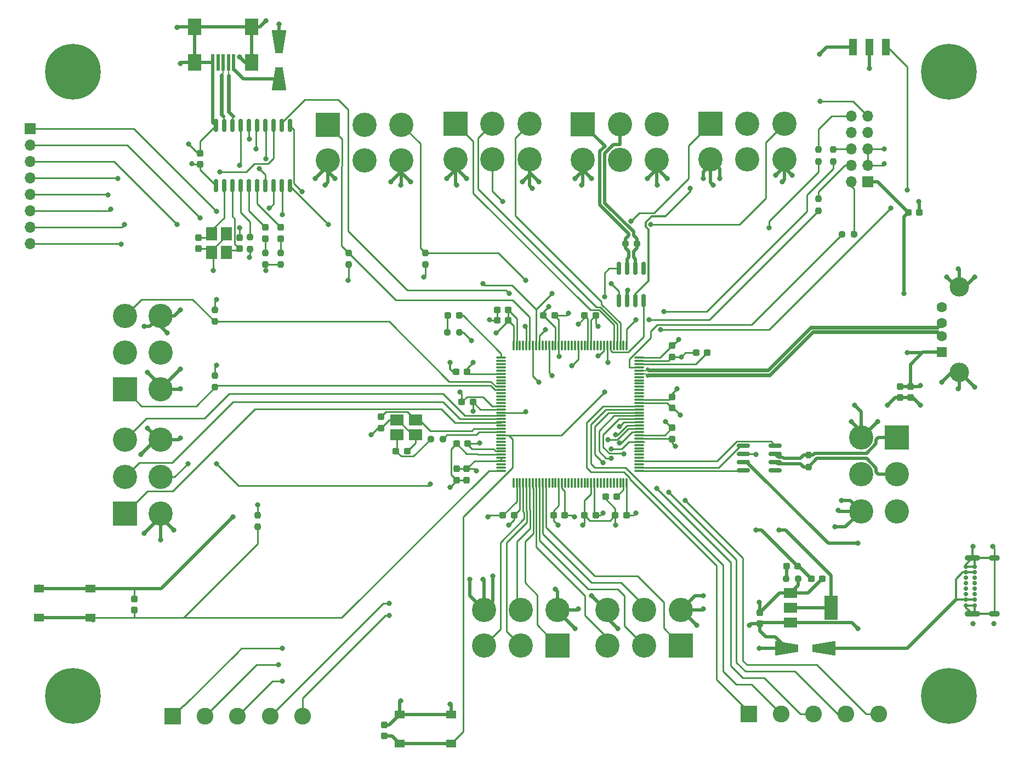
<source format=gbr>
%TF.GenerationSoftware,KiCad,Pcbnew,7.0.7*%
%TF.CreationDate,2024-01-22T16:42:18-06:00*%
%TF.ProjectId,stm32f429z,73746d33-3266-4343-9239-7a2e6b696361,rev?*%
%TF.SameCoordinates,Original*%
%TF.FileFunction,Copper,L1,Top*%
%TF.FilePolarity,Positive*%
%FSLAX46Y46*%
G04 Gerber Fmt 4.6, Leading zero omitted, Abs format (unit mm)*
G04 Created by KiCad (PCBNEW 7.0.7) date 2024-01-22 16:42:18*
%MOMM*%
%LPD*%
G01*
G04 APERTURE LIST*
G04 Aperture macros list*
%AMRoundRect*
0 Rectangle with rounded corners*
0 $1 Rounding radius*
0 $2 $3 $4 $5 $6 $7 $8 $9 X,Y pos of 4 corners*
0 Add a 4 corners polygon primitive as box body*
4,1,4,$2,$3,$4,$5,$6,$7,$8,$9,$2,$3,0*
0 Add four circle primitives for the rounded corners*
1,1,$1+$1,$2,$3*
1,1,$1+$1,$4,$5*
1,1,$1+$1,$6,$7*
1,1,$1+$1,$8,$9*
0 Add four rect primitives between the rounded corners*
20,1,$1+$1,$2,$3,$4,$5,0*
20,1,$1+$1,$4,$5,$6,$7,0*
20,1,$1+$1,$6,$7,$8,$9,0*
20,1,$1+$1,$8,$9,$2,$3,0*%
%AMOutline4P*
0 Free polygon, 4 corners , with rotation*
0 The origin of the aperture is its center*
0 number of corners: always 4*
0 $1 to $8 corner X, Y*
0 $9 Rotation angle, in degrees counterclockwise*
0 create outline with 4 corners*
4,1,4,$1,$2,$3,$4,$5,$6,$7,$8,$1,$2,$9*%
G04 Aperture macros list end*
%TA.AperFunction,SMDPad,CuDef*%
%ADD10R,2.000000X1.500000*%
%TD*%
%TA.AperFunction,SMDPad,CuDef*%
%ADD11R,2.000000X3.800000*%
%TD*%
%TA.AperFunction,SMDPad,CuDef*%
%ADD12RoundRect,0.237500X-0.237500X0.250000X-0.237500X-0.250000X0.237500X-0.250000X0.237500X0.250000X0*%
%TD*%
%TA.AperFunction,ComponentPad*%
%ADD13R,3.750000X3.750000*%
%TD*%
%TA.AperFunction,ComponentPad*%
%ADD14C,3.750000*%
%TD*%
%TA.AperFunction,SMDPad,CuDef*%
%ADD15RoundRect,0.237500X0.237500X-0.250000X0.237500X0.250000X-0.237500X0.250000X-0.237500X-0.250000X0*%
%TD*%
%TA.AperFunction,SMDPad,CuDef*%
%ADD16RoundRect,0.237500X0.300000X0.237500X-0.300000X0.237500X-0.300000X-0.237500X0.300000X-0.237500X0*%
%TD*%
%TA.AperFunction,SMDPad,CuDef*%
%ADD17Outline4P,-1.800000X-1.150000X1.800000X-0.550000X1.800000X0.550000X-1.800000X1.150000X0.000000*%
%TD*%
%TA.AperFunction,SMDPad,CuDef*%
%ADD18Outline4P,-1.800000X-1.150000X1.800000X-0.550000X1.800000X0.550000X-1.800000X1.150000X180.000000*%
%TD*%
%TA.AperFunction,ComponentPad*%
%ADD19R,1.700000X1.700000*%
%TD*%
%TA.AperFunction,ComponentPad*%
%ADD20O,1.700000X1.700000*%
%TD*%
%TA.AperFunction,ComponentPad*%
%ADD21R,2.600000X2.600000*%
%TD*%
%TA.AperFunction,ComponentPad*%
%ADD22C,2.600000*%
%TD*%
%TA.AperFunction,SMDPad,CuDef*%
%ADD23RoundRect,0.237500X-0.237500X0.300000X-0.237500X-0.300000X0.237500X-0.300000X0.237500X0.300000X0*%
%TD*%
%TA.AperFunction,SMDPad,CuDef*%
%ADD24RoundRect,0.237500X-0.287500X-0.237500X0.287500X-0.237500X0.287500X0.237500X-0.287500X0.237500X0*%
%TD*%
%TA.AperFunction,SMDPad,CuDef*%
%ADD25RoundRect,0.237500X0.237500X-0.287500X0.237500X0.287500X-0.237500X0.287500X-0.237500X-0.287500X0*%
%TD*%
%TA.AperFunction,SMDPad,CuDef*%
%ADD26R,1.250000X2.500000*%
%TD*%
%TA.AperFunction,SMDPad,CuDef*%
%ADD27R,1.550000X1.300000*%
%TD*%
%TA.AperFunction,SMDPad,CuDef*%
%ADD28RoundRect,0.237500X-0.300000X-0.237500X0.300000X-0.237500X0.300000X0.237500X-0.300000X0.237500X0*%
%TD*%
%TA.AperFunction,SMDPad,CuDef*%
%ADD29RoundRect,0.237500X0.237500X-0.300000X0.237500X0.300000X-0.237500X0.300000X-0.237500X-0.300000X0*%
%TD*%
%TA.AperFunction,SMDPad,CuDef*%
%ADD30RoundRect,0.237500X0.250000X0.237500X-0.250000X0.237500X-0.250000X-0.237500X0.250000X-0.237500X0*%
%TD*%
%TA.AperFunction,SMDPad,CuDef*%
%ADD31RoundRect,0.075000X-0.662500X-0.075000X0.662500X-0.075000X0.662500X0.075000X-0.662500X0.075000X0*%
%TD*%
%TA.AperFunction,SMDPad,CuDef*%
%ADD32RoundRect,0.075000X-0.075000X-0.662500X0.075000X-0.662500X0.075000X0.662500X-0.075000X0.662500X0*%
%TD*%
%TA.AperFunction,SMDPad,CuDef*%
%ADD33RoundRect,0.237500X-0.250000X-0.237500X0.250000X-0.237500X0.250000X0.237500X-0.250000X0.237500X0*%
%TD*%
%TA.AperFunction,SMDPad,CuDef*%
%ADD34R,1.800000X2.100000*%
%TD*%
%TA.AperFunction,SMDPad,CuDef*%
%ADD35Outline4P,-1.800000X-1.150000X1.800000X-0.550000X1.800000X0.550000X-1.800000X1.150000X270.000000*%
%TD*%
%TA.AperFunction,SMDPad,CuDef*%
%ADD36Outline4P,-1.800000X-1.150000X1.800000X-0.550000X1.800000X0.550000X-1.800000X1.150000X90.000000*%
%TD*%
%TA.AperFunction,ComponentPad*%
%ADD37C,0.700000*%
%TD*%
%TA.AperFunction,ComponentPad*%
%ADD38O,2.400000X0.900000*%
%TD*%
%TA.AperFunction,ComponentPad*%
%ADD39O,1.700000X0.900000*%
%TD*%
%TA.AperFunction,SMDPad,CuDef*%
%ADD40RoundRect,0.150000X0.150000X-0.875000X0.150000X0.875000X-0.150000X0.875000X-0.150000X-0.875000X0*%
%TD*%
%TA.AperFunction,SMDPad,CuDef*%
%ADD41R,2.100000X1.800000*%
%TD*%
%TA.AperFunction,SMDPad,CuDef*%
%ADD42RoundRect,0.150000X-0.825000X-0.150000X0.825000X-0.150000X0.825000X0.150000X-0.825000X0.150000X0*%
%TD*%
%TA.AperFunction,ComponentPad*%
%ADD43C,0.900000*%
%TD*%
%TA.AperFunction,ComponentPad*%
%ADD44C,8.600000*%
%TD*%
%TA.AperFunction,ComponentPad*%
%ADD45R,1.500000X1.600000*%
%TD*%
%TA.AperFunction,ComponentPad*%
%ADD46C,1.600000*%
%TD*%
%TA.AperFunction,ComponentPad*%
%ADD47C,3.000000*%
%TD*%
%TA.AperFunction,SMDPad,CuDef*%
%ADD48R,0.500000X2.500000*%
%TD*%
%TA.AperFunction,SMDPad,CuDef*%
%ADD49R,2.000000X2.500000*%
%TD*%
%TA.AperFunction,SMDPad,CuDef*%
%ADD50RoundRect,0.150000X0.150000X-0.825000X0.150000X0.825000X-0.150000X0.825000X-0.150000X-0.825000X0*%
%TD*%
%TA.AperFunction,ViaPad*%
%ADD51C,0.800000*%
%TD*%
%TA.AperFunction,Conductor*%
%ADD52C,0.250000*%
%TD*%
%TA.AperFunction,Conductor*%
%ADD53C,0.500000*%
%TD*%
%TA.AperFunction,Conductor*%
%ADD54C,0.350000*%
%TD*%
%TA.AperFunction,Conductor*%
%ADD55C,0.600000*%
%TD*%
%TA.AperFunction,Conductor*%
%ADD56C,0.200000*%
%TD*%
G04 APERTURE END LIST*
D10*
%TO.P,U6,1,GND*%
%TO.N,GND*%
X187707500Y-126068750D03*
%TO.P,U6,2,VO*%
%TO.N,+3.3V*%
X187707500Y-128368750D03*
D11*
X194007500Y-128368750D03*
D10*
%TO.P,U6,3,VI*%
%TO.N,+5V*%
X187707500Y-130668750D03*
%TD*%
D12*
%TO.P,R5,1*%
%TO.N,Net-(J8-Pin_10)*%
X192024000Y-57507500D03*
%TO.P,R5,2*%
%TO.N,NRST*%
X192024000Y-59332500D03*
%TD*%
D13*
%TO.P,J1,1,Pin_1*%
%TO.N,ADC1_IN9*%
X170800000Y-134180000D03*
D14*
%TO.P,J1,2,Pin_2*%
%TO.N,ADC1_IN15*%
X165100000Y-134180000D03*
%TO.P,J1,3,Pin_3*%
%TO.N,ADC1_IN14*%
X159400000Y-134180000D03*
%TO.P,J1,4,Pin_4*%
%TO.N,+5V*%
X170800000Y-128680000D03*
%TO.P,J1,5,Pin_5*%
%TO.N,ADC1_IN8*%
X165100000Y-128680000D03*
%TO.P,J1,6,Pin_6*%
%TO.N,GND*%
X159400000Y-128680000D03*
%TD*%
D15*
%TO.P,R14,1*%
%TO.N,GND*%
X108966000Y-75276250D03*
%TO.P,R14,2*%
%TO.N,Net-(D2-K)*%
X108966000Y-73451250D03*
%TD*%
D16*
%TO.P,C29,1*%
%TO.N,Net-(U1-VCAP_2)*%
X174852500Y-88900000D03*
%TO.P,C29,2*%
%TO.N,GND*%
X173127500Y-88900000D03*
%TD*%
D17*
%TO.P,D5,1,K*%
%TO.N,+5V*%
X187092000Y-134620000D03*
D18*
%TO.P,D5,2,A*%
%TO.N,Net-(D5-A)*%
X192892000Y-134620000D03*
%TD*%
D19*
%TO.P,J8,1,Pin_1*%
%TO.N,+5V*%
X199613750Y-62487500D03*
D20*
%TO.P,J8,2,Pin_2*%
%TO.N,Net-(J8-Pin_2)*%
X197073750Y-62487500D03*
%TO.P,J8,3,Pin_3*%
%TO.N,GND*%
X199613750Y-59947500D03*
%TO.P,J8,4,Pin_4*%
%TO.N,Net-(J8-Pin_4)*%
X197073750Y-59947500D03*
%TO.P,J8,5,Pin_5*%
%TO.N,GND*%
X199613750Y-57407500D03*
%TO.P,J8,6,Pin_6*%
%TO.N,Net-(J8-Pin_6)*%
X197073750Y-57407500D03*
%TO.P,J8,7,Pin_7*%
%TO.N,unconnected-(J8-Pin_7-Pad7)*%
X199613750Y-54867500D03*
%TO.P,J8,8,Pin_8*%
%TO.N,unconnected-(J8-Pin_8-Pad8)*%
X197073750Y-54867500D03*
%TO.P,J8,9,Pin_9*%
%TO.N,GND*%
X199613750Y-52327500D03*
%TO.P,J8,10,Pin_10*%
%TO.N,Net-(J8-Pin_10)*%
X197073750Y-52327500D03*
%TD*%
D21*
%TO.P,J16,1,Pin_1*%
%TO.N,MCU_GPIO6*%
X92315000Y-145085000D03*
D22*
%TO.P,J16,2,Pin_2*%
%TO.N,MCU_GPIO7*%
X97315000Y-145085000D03*
%TO.P,J16,3,Pin_3*%
%TO.N,MCU_GPIO8*%
X102315000Y-145085000D03*
%TO.P,J16,4,Pin_4*%
%TO.N,MCU_GPIO9*%
X107315000Y-145085000D03*
%TO.P,J16,5,Pin_5*%
%TO.N,MCU_GPIO10*%
X112315000Y-145085000D03*
%TD*%
D23*
%TO.P,C2,1*%
%TO.N,HSE_IN  *%
X124460000Y-98832500D03*
%TO.P,C2,2*%
%TO.N,GND*%
X124460000Y-100557500D03*
%TD*%
D13*
%TO.P,J3,1,Pin_1*%
%TO.N,SPI5_MOSI*%
X84895000Y-113793750D03*
D14*
%TO.P,J3,2,Pin_2*%
%TO.N,SPI5_MISO*%
X84895000Y-108093750D03*
%TO.P,J3,3,Pin_3*%
%TO.N,SPI5_SCK *%
X84895000Y-102393750D03*
%TO.P,J3,4,Pin_4*%
%TO.N,+5V*%
X90395000Y-113793750D03*
%TO.P,J3,5,Pin_5*%
%TO.N,SPI5_CS  *%
X90395000Y-108093750D03*
%TO.P,J3,6,Pin_6*%
%TO.N,GND*%
X90395000Y-102393750D03*
%TD*%
D24*
%TO.P,D4,1,K*%
%TO.N,Net-(D4-K)*%
X187085000Y-121920000D03*
%TO.P,D4,2,A*%
%TO.N,+3.3V*%
X188835000Y-121920000D03*
%TD*%
D25*
%TO.P,D3,1,K*%
%TO.N,Net-(D3-K)*%
X106584750Y-71270000D03*
%TO.P,D3,2,A*%
%TO.N,Net-(D3-A)*%
X106584750Y-69520000D03*
%TD*%
D26*
%TO.P,SW1,1,A*%
%TO.N,BOOT0*%
X202398000Y-41688200D03*
%TO.P,SW1,2,B*%
%TO.N,+3.3V*%
X199898000Y-41688200D03*
%TO.P,SW1,3,C*%
%TO.N,GND*%
X197398000Y-41688200D03*
%TD*%
D23*
%TO.P,C12,1*%
%TO.N,+3.3V*%
X169451250Y-100518750D03*
%TO.P,C12,2*%
%TO.N,GND*%
X169451250Y-102243750D03*
%TD*%
D15*
%TO.P,R7,1*%
%TO.N,+3.3V*%
X131351250Y-75306250D03*
%TO.P,R7,2*%
%TO.N,I2C1_SDA*%
X131351250Y-73481250D03*
%TD*%
D12*
%TO.P,R3,1*%
%TO.N,Net-(J8-Pin_4)*%
X192024000Y-65127500D03*
%TO.P,R3,2*%
%TO.N,SYS_JTCLK-SWCLK*%
X192024000Y-66952500D03*
%TD*%
D27*
%TO.P,SW2,1,1*%
%TO.N,GND*%
X127360000Y-144851250D03*
X135320000Y-144851250D03*
%TO.P,SW2,2,2*%
%TO.N,NRST*%
X127360000Y-149351250D03*
X135320000Y-149351250D03*
%TD*%
D15*
%TO.P,R10,1*%
%TO.N,CAN2-*%
X190500000Y-106576500D03*
%TO.P,R10,2*%
%TO.N,CAN2+*%
X190500000Y-104751500D03*
%TD*%
D12*
%TO.P,R4,1*%
%TO.N,Net-(J8-Pin_6)*%
X194310000Y-57507500D03*
%TO.P,R4,2*%
%TO.N,SYS_JTDO-SWO*%
X194310000Y-59332500D03*
%TD*%
D16*
%TO.P,C3,1*%
%TO.N,+3.3V*%
X138657500Y-96520000D03*
%TO.P,C3,2*%
%TO.N,GND*%
X136932500Y-96520000D03*
%TD*%
D28*
%TO.P,C1,1*%
%TO.N,Net-(C1-Pad1)*%
X126772500Y-104140000D03*
%TO.P,C1,2*%
%TO.N,GND*%
X128497500Y-104140000D03*
%TD*%
D15*
%TO.P,R6,1*%
%TO.N,+3.3V*%
X119445000Y-75306250D03*
%TO.P,R6,2*%
%TO.N,I2C1_SCL*%
X119445000Y-73481250D03*
%TD*%
D23*
%TO.P,C14,1*%
%TO.N,+3.3V*%
X169451250Y-87818750D03*
%TO.P,C14,2*%
%TO.N,GND*%
X169451250Y-89543750D03*
%TD*%
D29*
%TO.P,C22,1*%
%TO.N,NRST*%
X124968000Y-148182500D03*
%TO.P,C22,2*%
%TO.N,GND*%
X124968000Y-146457500D03*
%TD*%
%TO.P,C28,1*%
%TO.N,logging*%
X86360000Y-128725000D03*
%TO.P,C28,2*%
%TO.N,GND*%
X86360000Y-127000000D03*
%TD*%
D30*
%TO.P,R17,1*%
%TO.N,GND*%
X136525000Y-85725000D03*
%TO.P,R17,2*%
%TO.N,Net-(D1-K)*%
X134700000Y-85725000D03*
%TD*%
D31*
%TO.P,U1,1,PE2*%
%TO.N,Net-(D1-A)*%
X143007500Y-89675000D03*
%TO.P,U1,2,PE3*%
%TO.N,unconnected-(U1-PE3-Pad2)*%
X143007500Y-90175000D03*
%TO.P,U1,3,PE4*%
%TO.N,unconnected-(U1-PE4-Pad3)*%
X143007500Y-90675000D03*
%TO.P,U1,4,PE5*%
%TO.N,unconnected-(U1-PE5-Pad4)*%
X143007500Y-91175000D03*
%TO.P,U1,5,PE6*%
%TO.N,unconnected-(U1-PE6-Pad5)*%
X143007500Y-91675000D03*
%TO.P,U1,6,VBAT*%
%TO.N,+3.3V*%
X143007500Y-92175000D03*
%TO.P,U1,7,PC13*%
%TO.N,unconnected-(U1-PC13-Pad7)*%
X143007500Y-92675000D03*
%TO.P,U1,8,PC14*%
%TO.N,unconnected-(U1-PC14-Pad8)*%
X143007500Y-93175000D03*
%TO.P,U1,9,PC15*%
%TO.N,unconnected-(U1-PC15-Pad9)*%
X143007500Y-93675000D03*
%TO.P,U1,10,PF0*%
%TO.N,I2C2_SDA*%
X143007500Y-94175000D03*
%TO.P,U1,11,PF1*%
%TO.N,I2C2_SCL*%
X143007500Y-94675000D03*
%TO.P,U1,12,PF2*%
%TO.N,unconnected-(U1-PF2-Pad12)*%
X143007500Y-95175000D03*
%TO.P,U1,13,PF3*%
%TO.N,unconnected-(U1-PF3-Pad13)*%
X143007500Y-95675000D03*
%TO.P,U1,14,PF4*%
%TO.N,unconnected-(U1-PF4-Pad14)*%
X143007500Y-96175000D03*
%TO.P,U1,15,PF5*%
%TO.N,unconnected-(U1-PF5-Pad15)*%
X143007500Y-96675000D03*
%TO.P,U1,16,VSS*%
%TO.N,GND*%
X143007500Y-97175000D03*
%TO.P,U1,17,VDD*%
%TO.N,+3.3V*%
X143007500Y-97675000D03*
%TO.P,U1,18,PF6*%
%TO.N,SPI5_CS  *%
X143007500Y-98175000D03*
%TO.P,U1,19,PF7*%
%TO.N,SPI5_SCK *%
X143007500Y-98675000D03*
%TO.P,U1,20,PF8*%
%TO.N,SPI5_MISO*%
X143007500Y-99175000D03*
%TO.P,U1,21,PF9*%
%TO.N,SPI5_MOSI*%
X143007500Y-99675000D03*
%TO.P,U1,22,PF10*%
%TO.N,unconnected-(U1-PF10-Pad22)*%
X143007500Y-100175000D03*
%TO.P,U1,23,PH0*%
%TO.N,HSE_IN  *%
X143007500Y-100675000D03*
%TO.P,U1,24,PH1*%
%TO.N,HSE_OUT*%
X143007500Y-101175000D03*
%TO.P,U1,25,NRST*%
%TO.N,NRST*%
X143007500Y-101675000D03*
%TO.P,U1,26,PC0*%
%TO.N,unconnected-(U1-PC0-Pad26)*%
X143007500Y-102175000D03*
%TO.P,U1,27,PC1*%
%TO.N,unconnected-(U1-PC1-Pad27)*%
X143007500Y-102675000D03*
%TO.P,U1,28,PC2*%
%TO.N,unconnected-(U1-PC2-Pad28)*%
X143007500Y-103175000D03*
%TO.P,U1,29,PC3*%
%TO.N,unconnected-(U1-PC3-Pad29)*%
X143007500Y-103675000D03*
%TO.P,U1,30,VDD*%
%TO.N,+3.3V*%
X143007500Y-104175000D03*
%TO.P,U1,31,VSSA*%
%TO.N,GND*%
X143007500Y-104675000D03*
%TO.P,U1,32,VREF+*%
%TO.N,+3.3V*%
X143007500Y-105175000D03*
%TO.P,U1,33,VDDA*%
X143007500Y-105675000D03*
%TO.P,U1,34,PA0*%
%TO.N,unconnected-(U1-PA0-Pad34)*%
X143007500Y-106175000D03*
%TO.P,U1,35,PA1*%
%TO.N,unconnected-(U1-PA1-Pad35)*%
X143007500Y-106675000D03*
%TO.P,U1,36,PA2*%
%TO.N,logging*%
X143007500Y-107175000D03*
D32*
%TO.P,U1,37,PA3*%
%TO.N,unconnected-(U1-PA3-Pad37)*%
X144920000Y-109087500D03*
%TO.P,U1,38,VSS*%
%TO.N,GND*%
X145420000Y-109087500D03*
%TO.P,U1,39,VDD*%
%TO.N,+3.3V*%
X145920000Y-109087500D03*
%TO.P,U1,40,PA4*%
%TO.N,ADC2_IN4*%
X146420000Y-109087500D03*
%TO.P,U1,41,PA5*%
%TO.N,ADC2_IN5*%
X146920000Y-109087500D03*
%TO.P,U1,42,PA6*%
%TO.N,ADC2_IN6*%
X147420000Y-109087500D03*
%TO.P,U1,43,PA7*%
%TO.N,ADC2_IN7*%
X147920000Y-109087500D03*
%TO.P,U1,44,PC4*%
%TO.N,ADC1_IN14*%
X148420000Y-109087500D03*
%TO.P,U1,45,PC5*%
%TO.N,ADC1_IN15*%
X148920000Y-109087500D03*
%TO.P,U1,46,PB0*%
%TO.N,ADC1_IN8*%
X149420000Y-109087500D03*
%TO.P,U1,47,PB1*%
%TO.N,ADC1_IN9*%
X149920000Y-109087500D03*
%TO.P,U1,48,PB2*%
%TO.N,unconnected-(U1-PB2-Pad48)*%
X150420000Y-109087500D03*
%TO.P,U1,49,PF11*%
%TO.N,unconnected-(U1-PF11-Pad49)*%
X150920000Y-109087500D03*
%TO.P,U1,50,PF12*%
%TO.N,unconnected-(U1-PF12-Pad50)*%
X151420000Y-109087500D03*
%TO.P,U1,51,VSS*%
%TO.N,GND*%
X151920000Y-109087500D03*
%TO.P,U1,52,VDD*%
%TO.N,+3.3V*%
X152420000Y-109087500D03*
%TO.P,U1,53,PF13*%
%TO.N,unconnected-(U1-PF13-Pad53)*%
X152920000Y-109087500D03*
%TO.P,U1,54,PF14*%
%TO.N,unconnected-(U1-PF14-Pad54)*%
X153420000Y-109087500D03*
%TO.P,U1,55,PF15*%
%TO.N,unconnected-(U1-PF15-Pad55)*%
X153920000Y-109087500D03*
%TO.P,U1,56,PG0*%
%TO.N,unconnected-(U1-PG0-Pad56)*%
X154420000Y-109087500D03*
%TO.P,U1,57,PG1*%
%TO.N,unconnected-(U1-PG1-Pad57)*%
X154920000Y-109087500D03*
%TO.P,U1,58,PE7*%
%TO.N,unconnected-(U1-PE7-Pad58)*%
X155420000Y-109087500D03*
%TO.P,U1,59,PE8*%
%TO.N,unconnected-(U1-PE8-Pad59)*%
X155920000Y-109087500D03*
%TO.P,U1,60,PE9*%
%TO.N,unconnected-(U1-PE9-Pad60)*%
X156420000Y-109087500D03*
%TO.P,U1,61,VSS*%
%TO.N,GND*%
X156920000Y-109087500D03*
%TO.P,U1,62,VDD*%
%TO.N,+3.3V*%
X157420000Y-109087500D03*
%TO.P,U1,63,PE10*%
%TO.N,unconnected-(U1-PE10-Pad63)*%
X157920000Y-109087500D03*
%TO.P,U1,64,PE11*%
%TO.N,unconnected-(U1-PE11-Pad64)*%
X158420000Y-109087500D03*
%TO.P,U1,65,PE12*%
%TO.N,unconnected-(U1-PE12-Pad65)*%
X158920000Y-109087500D03*
%TO.P,U1,66,PE13*%
%TO.N,unconnected-(U1-PE13-Pad66)*%
X159420000Y-109087500D03*
%TO.P,U1,67,PE14*%
%TO.N,unconnected-(U1-PE14-Pad67)*%
X159920000Y-109087500D03*
%TO.P,U1,68,PE15*%
%TO.N,unconnected-(U1-PE15-Pad68)*%
X160420000Y-109087500D03*
%TO.P,U1,69,PB10*%
%TO.N,unconnected-(U1-PB10-Pad69)*%
X160920000Y-109087500D03*
%TO.P,U1,70,PB11*%
%TO.N,unconnected-(U1-PB11-Pad70)*%
X161420000Y-109087500D03*
%TO.P,U1,71,VCAP_1*%
%TO.N,Net-(U1-VCAP_1)*%
X161920000Y-109087500D03*
%TO.P,U1,72,VDD*%
%TO.N,+3.3V*%
X162420000Y-109087500D03*
D31*
%TO.P,U1,73,PB12*%
%TO.N,CAN2_RX*%
X164332500Y-107175000D03*
%TO.P,U1,74,PB13*%
%TO.N,CAN2_TX*%
X164332500Y-106675000D03*
%TO.P,U1,75,PB14*%
%TO.N,unconnected-(U1-PB14-Pad75)*%
X164332500Y-106175000D03*
%TO.P,U1,76,PB15*%
%TO.N,CAN SIlent Mode 2*%
X164332500Y-105675000D03*
%TO.P,U1,77,PD8*%
%TO.N,unconnected-(U1-PD8-Pad77)*%
X164332500Y-105175000D03*
%TO.P,U1,78,PD9*%
%TO.N,unconnected-(U1-PD9-Pad78)*%
X164332500Y-104675000D03*
%TO.P,U1,79,PD10*%
%TO.N,unconnected-(U1-PD10-Pad79)*%
X164332500Y-104175000D03*
%TO.P,U1,80,PD11*%
%TO.N,unconnected-(U1-PD11-Pad80)*%
X164332500Y-103675000D03*
%TO.P,U1,81,PD12*%
%TO.N,unconnected-(U1-PD12-Pad81)*%
X164332500Y-103175000D03*
%TO.P,U1,82,PD13*%
%TO.N,MCU_GPIO10*%
X164332500Y-102675000D03*
%TO.P,U1,83,VSS*%
%TO.N,GND*%
X164332500Y-102175000D03*
%TO.P,U1,84,VDD*%
%TO.N,+3.3V*%
X164332500Y-101675000D03*
%TO.P,U1,85,PD14*%
%TO.N,MCU_GPIO9*%
X164332500Y-101175000D03*
%TO.P,U1,86,PD15*%
%TO.N,MCU_GPIO8*%
X164332500Y-100675000D03*
%TO.P,U1,87,PG2*%
%TO.N,MCU_GPIO7*%
X164332500Y-100175000D03*
%TO.P,U1,88,PG3*%
%TO.N,MCU_GPIO6*%
X164332500Y-99675000D03*
%TO.P,U1,89,PG4*%
%TO.N,MCU_GPIO5*%
X164332500Y-99175000D03*
%TO.P,U1,90,PG5*%
%TO.N,MCU_GPIO4*%
X164332500Y-98675000D03*
%TO.P,U1,91,PG6*%
%TO.N,MCU_GPIO3*%
X164332500Y-98175000D03*
%TO.P,U1,92,PG7*%
%TO.N,MCU_GPIO2*%
X164332500Y-97675000D03*
%TO.P,U1,93,PG8*%
%TO.N,MCU_GPIO1*%
X164332500Y-97175000D03*
%TO.P,U1,94,VSS*%
%TO.N,GND*%
X164332500Y-96675000D03*
%TO.P,U1,95,VDD*%
%TO.N,+3.3V*%
X164332500Y-96175000D03*
%TO.P,U1,96,PC6*%
%TO.N,unconnected-(U1-PC6-Pad96)*%
X164332500Y-95675000D03*
%TO.P,U1,97,PC7*%
%TO.N,unconnected-(U1-PC7-Pad97)*%
X164332500Y-95175000D03*
%TO.P,U1,98,PC8*%
%TO.N,unconnected-(U1-PC8-Pad98)*%
X164332500Y-94675000D03*
%TO.P,U1,99,PC9*%
%TO.N,unconnected-(U1-PC9-Pad99)*%
X164332500Y-94175000D03*
%TO.P,U1,100,PA8*%
%TO.N,unconnected-(U1-PA8-Pad100)*%
X164332500Y-93675000D03*
%TO.P,U1,101,PA9*%
%TO.N,unconnected-(U1-PA9-Pad101)*%
X164332500Y-93175000D03*
%TO.P,U1,102,PA10*%
%TO.N,unconnected-(U1-PA10-Pad102)*%
X164332500Y-92675000D03*
%TO.P,U1,103,PA11*%
%TO.N,USB_OTG_FS_DP-*%
X164332500Y-92175000D03*
%TO.P,U1,104,PA12*%
%TO.N,USB_OTG_FS_DP+*%
X164332500Y-91675000D03*
%TO.P,U1,105,PA13*%
%TO.N,SYS_JTMS-SWDIO*%
X164332500Y-91175000D03*
%TO.P,U1,106,VCAP_2*%
%TO.N,Net-(U1-VCAP_2)*%
X164332500Y-90675000D03*
%TO.P,U1,107,VSS*%
%TO.N,GND*%
X164332500Y-90175000D03*
%TO.P,U1,108,VDD*%
%TO.N,+3.3V*%
X164332500Y-89675000D03*
D32*
%TO.P,U1,109,PA14*%
%TO.N,SYS_JTCLK-SWCLK*%
X162420000Y-87762500D03*
%TO.P,U1,110,PA15*%
%TO.N,unconnected-(U1-PA15-Pad110)*%
X161920000Y-87762500D03*
%TO.P,U1,111,PC10*%
%TO.N,SPI3_SCK*%
X161420000Y-87762500D03*
%TO.P,U1,112,PC11*%
%TO.N,SPI3_MISO*%
X160920000Y-87762500D03*
%TO.P,U1,113,PC12*%
%TO.N,SPI3_MOSI*%
X160420000Y-87762500D03*
%TO.P,U1,114,PD0*%
%TO.N,CAN1_RX*%
X159920000Y-87762500D03*
%TO.P,U1,115,PD1*%
%TO.N,CAN1_TX*%
X159420000Y-87762500D03*
%TO.P,U1,116,PD2*%
%TO.N,CAN SIlent Mode 1*%
X158920000Y-87762500D03*
%TO.P,U1,117,PD3*%
%TO.N,unconnected-(U1-PD3-Pad117)*%
X158420000Y-87762500D03*
%TO.P,U1,118,PD4*%
%TO.N,unconnected-(U1-PD4-Pad118)*%
X157920000Y-87762500D03*
%TO.P,U1,119,PD5*%
%TO.N,unconnected-(U1-PD5-Pad119)*%
X157420000Y-87762500D03*
%TO.P,U1,120,VSS*%
%TO.N,GND*%
X156920000Y-87762500D03*
%TO.P,U1,121,VDD*%
%TO.N,+3.3V*%
X156420000Y-87762500D03*
%TO.P,U1,122,PD6*%
%TO.N,unconnected-(U1-PD6-Pad122)*%
X155920000Y-87762500D03*
%TO.P,U1,123,PD7*%
%TO.N,unconnected-(U1-PD7-Pad123)*%
X155420000Y-87762500D03*
%TO.P,U1,124,PG9*%
%TO.N,SPI3_CS  *%
X154920000Y-87762500D03*
%TO.P,U1,125,PG10*%
%TO.N,unconnected-(U1-PG10-Pad125)*%
X154420000Y-87762500D03*
%TO.P,U1,126,PG11*%
%TO.N,unconnected-(U1-PG11-Pad126)*%
X153920000Y-87762500D03*
%TO.P,U1,127,PG12*%
%TO.N,unconnected-(U1-PG12-Pad127)*%
X153420000Y-87762500D03*
%TO.P,U1,128,PG13*%
%TO.N,unconnected-(U1-PG13-Pad128)*%
X152920000Y-87762500D03*
%TO.P,U1,129,PG14*%
%TO.N,unconnected-(U1-PG14-Pad129)*%
X152420000Y-87762500D03*
%TO.P,U1,130,VSS*%
%TO.N,GND*%
X151920000Y-87762500D03*
%TO.P,U1,131,VDD*%
%TO.N,+3.3V*%
X151420000Y-87762500D03*
%TO.P,U1,132,PG15*%
%TO.N,unconnected-(U1-PG15-Pad132)*%
X150920000Y-87762500D03*
%TO.P,U1,133,PB3*%
%TO.N,SYS_JTDO-SWO*%
X150420000Y-87762500D03*
%TO.P,U1,134,PB4*%
%TO.N,unconnected-(U1-PB4-Pad134)*%
X149920000Y-87762500D03*
%TO.P,U1,135,PB5*%
%TO.N,unconnected-(U1-PB5-Pad135)*%
X149420000Y-87762500D03*
%TO.P,U1,136,PB6*%
%TO.N,USART1_TX*%
X148920000Y-87762500D03*
%TO.P,U1,137,PB7*%
%TO.N,USART1_RX*%
X148420000Y-87762500D03*
%TO.P,U1,138,BOOT0*%
%TO.N,BOOT0*%
X147920000Y-87762500D03*
%TO.P,U1,139,PB8*%
%TO.N,I2C1_SCL*%
X147420000Y-87762500D03*
%TO.P,U1,140,PB9*%
%TO.N,I2C1_SDA*%
X146920000Y-87762500D03*
%TO.P,U1,141,PE0*%
%TO.N,unconnected-(U1-PE0-Pad141)*%
X146420000Y-87762500D03*
%TO.P,U1,142,PE1*%
%TO.N,unconnected-(U1-PE1-Pad142)*%
X145920000Y-87762500D03*
%TO.P,U1,143,PDR_ON*%
%TO.N,+3.3V*%
X145420000Y-87762500D03*
%TO.P,U1,144,VDD*%
X144920000Y-87762500D03*
%TD*%
D16*
%TO.P,C10,1*%
%TO.N,+3.3V*%
X157613750Y-114081250D03*
%TO.P,C10,2*%
%TO.N,GND*%
X155888750Y-114081250D03*
%TD*%
D33*
%TO.P,R16,1*%
%TO.N,Net-(D4-K)*%
X187047500Y-123825000D03*
%TO.P,R16,2*%
%TO.N,GND*%
X188872500Y-123825000D03*
%TD*%
D12*
%TO.P,R8,1*%
%TO.N,+3.3V*%
X98782500Y-92432500D03*
%TO.P,R8,2*%
%TO.N,I2C2_SCL*%
X98782500Y-94257500D03*
%TD*%
D34*
%TO.P,Y1,1,1*%
%TO.N,Net-(U5-OSC2)*%
X100591000Y-73432500D03*
%TO.P,Y1,2,2*%
%TO.N,GND*%
X100591000Y-70532500D03*
%TO.P,Y1,3,3*%
%TO.N,Net-(U5-OSC1)*%
X98291000Y-70532500D03*
%TO.P,Y1,4,4*%
%TO.N,GND*%
X98291000Y-73432500D03*
%TD*%
D35*
%TO.P,D6,1,K*%
%TO.N,+5V*%
X108712000Y-40788000D03*
D36*
%TO.P,D6,2,A*%
%TO.N,Net-(D6-A)*%
X108712000Y-46588000D03*
%TD*%
D16*
%TO.P,C8,1*%
%TO.N,+3.3V*%
X145007500Y-114081250D03*
%TO.P,C8,2*%
%TO.N,GND*%
X143282500Y-114081250D03*
%TD*%
%TO.P,C9,1*%
%TO.N,+3.3V*%
X152851250Y-114081250D03*
%TO.P,C9,2*%
%TO.N,GND*%
X151126250Y-114081250D03*
%TD*%
D29*
%TO.P,C25,1*%
%TO.N,Net-(U5-OSC2)*%
X102616000Y-72845000D03*
%TO.P,C25,2*%
%TO.N,GND*%
X102616000Y-71120000D03*
%TD*%
D16*
%TO.P,C7,1*%
%TO.N,+3.3V*%
X137770000Y-91856250D03*
%TO.P,C7,2*%
%TO.N,GND*%
X136045000Y-91856250D03*
%TD*%
D21*
%TO.P,J15,1,Pin_1*%
%TO.N,MCU_GPIO1*%
X181295000Y-144780000D03*
D22*
%TO.P,J15,2,Pin_2*%
%TO.N,MCU_GPIO2*%
X186295000Y-144780000D03*
%TO.P,J15,3,Pin_3*%
%TO.N,MCU_GPIO3*%
X191295000Y-144780000D03*
%TO.P,J15,4,Pin_4*%
%TO.N,MCU_GPIO4*%
X196295000Y-144780000D03*
%TO.P,J15,5,Pin_5*%
%TO.N,MCU_GPIO5*%
X201295000Y-144780000D03*
%TD*%
D13*
%TO.P,J2,1,Pin_1*%
%TO.N,ADC2_IN7*%
X151750000Y-134180000D03*
D14*
%TO.P,J2,2,Pin_2*%
%TO.N,ADC2_IN5*%
X146050000Y-134180000D03*
%TO.P,J2,3,Pin_3*%
%TO.N,ADC2_IN4*%
X140350000Y-134180000D03*
%TO.P,J2,4,Pin_4*%
%TO.N,+5V*%
X151750000Y-128680000D03*
%TO.P,J2,5,Pin_5*%
%TO.N,ADC2_IN6*%
X146050000Y-128680000D03*
%TO.P,J2,6,Pin_6*%
%TO.N,GND*%
X140350000Y-128680000D03*
%TD*%
D13*
%TO.P,J10,1,Pin_1*%
%TO.N,USART1_RX*%
X175340000Y-53527500D03*
D14*
%TO.P,J10,2,Pin_2*%
%TO.N,unconnected-(J10-Pin_2-Pad2)*%
X181040000Y-53527500D03*
%TO.P,J10,3,Pin_3*%
%TO.N,USART1_TX*%
X186740000Y-53527500D03*
%TO.P,J10,4,Pin_4*%
%TO.N,+5V*%
X175340000Y-59027500D03*
%TO.P,J10,5,Pin_5*%
%TO.N,unconnected-(J10-Pin_5-Pad5)*%
X181040000Y-59027500D03*
%TO.P,J10,6,Pin_6*%
%TO.N,GND*%
X186740000Y-59027500D03*
%TD*%
D29*
%TO.P,C26,1*%
%TO.N,+5V*%
X182945000Y-130818750D03*
%TO.P,C26,2*%
%TO.N,GND*%
X182945000Y-129093750D03*
%TD*%
D37*
%TO.P,P2,A1,GND*%
%TO.N,GND*%
X214825000Y-127975000D03*
%TO.P,P2,A4,VBUS*%
%TO.N,Net-(D5-A)*%
X214825000Y-127125000D03*
%TO.P,P2,A5,CC*%
%TO.N,unconnected-(P2-CC-PadA5)*%
X214825000Y-126275000D03*
%TO.P,P2,A6,D+*%
%TO.N,unconnected-(P2-D+-PadA6)*%
X214825000Y-125425000D03*
%TO.P,P2,A7,D-*%
%TO.N,unconnected-(P2-D--PadA7)*%
X214825000Y-124575000D03*
%TO.P,P2,A8*%
%TO.N,N/C*%
X214825000Y-123725000D03*
%TO.P,P2,A9,VBUS*%
%TO.N,Net-(D5-A)*%
X214825000Y-122875000D03*
%TO.P,P2,A12,GND*%
%TO.N,GND*%
X214825000Y-122025000D03*
%TO.P,P2,B1,GND*%
X216175000Y-122025000D03*
%TO.P,P2,B4,VBUS*%
%TO.N,Net-(D5-A)*%
X216175000Y-122875000D03*
%TO.P,P2,B5,VCONN*%
%TO.N,unconnected-(P2-VCONN-PadB5)*%
X216175000Y-123725000D03*
%TO.P,P2,B6*%
%TO.N,N/C*%
X216175000Y-124575000D03*
%TO.P,P2,B7*%
X216175000Y-125425000D03*
%TO.P,P2,B8*%
X216175000Y-126275000D03*
%TO.P,P2,B9,VBUS*%
%TO.N,Net-(D5-A)*%
X216175000Y-127125000D03*
%TO.P,P2,B12,GND*%
%TO.N,GND*%
X216175000Y-127975000D03*
D38*
%TO.P,P2,S1,SHIELD*%
X215805000Y-129325000D03*
D39*
X219185000Y-129325000D03*
D38*
X215805000Y-120675000D03*
D39*
X219185000Y-120675000D03*
%TD*%
D29*
%TO.P,C23,1*%
%TO.N,+3.3V*%
X96520000Y-59790500D03*
%TO.P,C23,2*%
%TO.N,GND*%
X96520000Y-58065500D03*
%TD*%
D30*
%TO.P,R1,1*%
%TO.N,HSE_OUT*%
X134008500Y-102235000D03*
%TO.P,R1,2*%
%TO.N,Net-(C1-Pad1)*%
X132183500Y-102235000D03*
%TD*%
D16*
%TO.P,C5,1*%
%TO.N,+3.3V*%
X144120000Y-82331250D03*
%TO.P,C5,2*%
%TO.N,GND*%
X142395000Y-82331250D03*
%TD*%
D40*
%TO.P,U5,1,VDD*%
%TO.N,+3.3V*%
X98933000Y-63070000D03*
%TO.P,U5,2,OSC1*%
%TO.N,Net-(U5-OSC1)*%
X100203000Y-63070000D03*
%TO.P,U5,3,OSC2*%
%TO.N,Net-(U5-OSC2)*%
X101473000Y-63070000D03*
%TO.P,U5,4,RST*%
%TO.N,Net-(U5-RST)*%
X102743000Y-63070000D03*
%TO.P,U5,5,GP7/TxLED*%
%TO.N,Net-(D3-A)*%
X104013000Y-63070000D03*
%TO.P,U5,6,GP6/RxLED*%
%TO.N,Net-(D2-A)*%
X105283000Y-63070000D03*
%TO.P,U5,7,GP5*%
%TO.N,GP5*%
X106553000Y-63070000D03*
%TO.P,U5,8,GP4*%
%TO.N,GP4*%
X107823000Y-63070000D03*
%TO.P,U5,9,GP3*%
%TO.N,GP3*%
X109093000Y-63070000D03*
%TO.P,U5,10,TX*%
%TO.N,USART1_RX*%
X110363000Y-63070000D03*
%TO.P,U5,11,RTS*%
%TO.N,RTS*%
X110363000Y-53770000D03*
%TO.P,U5,12,RX*%
%TO.N,USART1_TX*%
X109093000Y-53770000D03*
%TO.P,U5,13,CTS*%
%TO.N,CTS*%
X107823000Y-53770000D03*
%TO.P,U5,14,GP2*%
%TO.N,GP2*%
X106553000Y-53770000D03*
%TO.P,U5,15,GP1/USB-CFG*%
%TO.N,GP1*%
X105283000Y-53770000D03*
%TO.P,U5,16,GP0/SSPND*%
%TO.N,GP0*%
X104013000Y-53770000D03*
%TO.P,U5,17,V_USB*%
%TO.N,+3.3V*%
X102743000Y-53770000D03*
%TO.P,U5,18,D-*%
%TO.N,USB_DP-*%
X101473000Y-53770000D03*
%TO.P,U5,19,D+*%
%TO.N,USB_DP+*%
X100203000Y-53770000D03*
%TO.P,U5,20,VSS*%
%TO.N,GND*%
X98933000Y-53770000D03*
%TD*%
D23*
%TO.P,C13,1*%
%TO.N,+3.3V*%
X169451250Y-95756250D03*
%TO.P,C13,2*%
%TO.N,GND*%
X169451250Y-97481250D03*
%TD*%
D12*
%TO.P,R9,1*%
%TO.N,+3.3V*%
X98782500Y-82272500D03*
%TO.P,R9,2*%
%TO.N,I2C2_SDA*%
X98782500Y-84097500D03*
%TD*%
D41*
%TO.P,X1,1,1*%
%TO.N,Net-(C1-Pad1)*%
X126885000Y-101578750D03*
%TO.P,X1,2,2*%
%TO.N,GND*%
X129785000Y-101578750D03*
%TO.P,X1,3,3*%
%TO.N,HSE_IN  *%
X129785000Y-99278750D03*
%TO.P,X1,4,4*%
%TO.N,GND*%
X126885000Y-99278750D03*
%TD*%
D23*
%TO.P,C24,1*%
%TO.N,Net-(U5-OSC1)*%
X96266000Y-71120000D03*
%TO.P,C24,2*%
%TO.N,GND*%
X96266000Y-72845000D03*
%TD*%
D12*
%TO.P,R12,1*%
%TO.N,+3.3V*%
X105410000Y-114022500D03*
%TO.P,R12,2*%
%TO.N,logging*%
X105410000Y-115847500D03*
%TD*%
D16*
%TO.P,C6,1*%
%TO.N,+3.3V*%
X137838750Y-102968750D03*
%TO.P,C6,2*%
%TO.N,GND*%
X136113750Y-102968750D03*
%TD*%
D28*
%TO.P,C27,1*%
%TO.N,+3.3V*%
X190907500Y-123825000D03*
%TO.P,C27,2*%
%TO.N,GND*%
X192632500Y-123825000D03*
%TD*%
D23*
%TO.P,C21,1*%
%TO.N,+5V*%
X206248000Y-94133500D03*
%TO.P,C21,2*%
%TO.N,GND*%
X206248000Y-95858500D03*
%TD*%
D13*
%TO.P,J5,1,Pin_1*%
%TO.N,I2C2_SCL*%
X84895000Y-94600000D03*
D14*
%TO.P,J5,2,Pin_2*%
%TO.N,unconnected-(J5-Pin_2-Pad2)*%
X84895000Y-88900000D03*
%TO.P,J5,3,Pin_3*%
%TO.N,I2C2_SDA*%
X84895000Y-83200000D03*
%TO.P,J5,4,Pin_4*%
%TO.N,+5V*%
X90395000Y-94600000D03*
%TO.P,J5,5,Pin_5*%
%TO.N,unconnected-(J5-Pin_5-Pad5)*%
X90395000Y-88900000D03*
%TO.P,J5,6,Pin_6*%
%TO.N,GND*%
X90395000Y-83200000D03*
%TD*%
D42*
%TO.P,U2,1,TXD*%
%TO.N,CAN2_TX*%
X180405000Y-103251000D03*
%TO.P,U2,2,GND*%
%TO.N,GND*%
X180405000Y-104521000D03*
%TO.P,U2,3,VCC*%
%TO.N,+5V*%
X180405000Y-105791000D03*
%TO.P,U2,4,RXD*%
%TO.N,CAN2_RX*%
X180405000Y-107061000D03*
%TO.P,U2,5,NC*%
%TO.N,unconnected-(U2-NC-Pad5)*%
X185355000Y-107061000D03*
%TO.P,U2,6,CANL*%
%TO.N,CAN2-*%
X185355000Y-105791000D03*
%TO.P,U2,7,CANH*%
%TO.N,CAN2+*%
X185355000Y-104521000D03*
%TO.P,U2,8,S*%
%TO.N,CAN SIlent Mode 2*%
X185355000Y-103251000D03*
%TD*%
D19*
%TO.P,J12,1,Pin_1*%
%TO.N,GP5*%
X70232500Y-54232500D03*
D20*
%TO.P,J12,2,Pin_2*%
%TO.N,GP4*%
X70232500Y-56772500D03*
%TO.P,J12,3,Pin_3*%
%TO.N,GP3*%
X70232500Y-59312500D03*
%TO.P,J12,4,Pin_4*%
%TO.N,GP0*%
X70232500Y-61852500D03*
%TO.P,J12,5,Pin_5*%
%TO.N,GP1*%
X70232500Y-64392500D03*
%TO.P,J12,6,Pin_6*%
%TO.N,GP2*%
X70232500Y-66932500D03*
%TO.P,J12,7,Pin_7*%
%TO.N,CTS*%
X70232500Y-69472500D03*
%TO.P,J12,8,Pin_8*%
%TO.N,RTS*%
X70232500Y-72012500D03*
%TD*%
D30*
%TO.P,R2,1*%
%TO.N,Net-(J8-Pin_2)*%
X197508500Y-70612000D03*
%TO.P,R2,2*%
%TO.N,SYS_JTMS-SWDIO*%
X195683500Y-70612000D03*
%TD*%
D13*
%TO.P,J7,1,Pin_1*%
%TO.N,CAN2+*%
X204095000Y-102031250D03*
D14*
%TO.P,J7,2,Pin_2*%
%TO.N,CAN2-*%
X204095000Y-107731250D03*
%TO.P,J7,3,Pin_3*%
%TO.N,unconnected-(J7-Pin_3-Pad3)*%
X204095000Y-113431250D03*
%TO.P,J7,4,Pin_4*%
%TO.N,+5V*%
X198595000Y-102031250D03*
%TO.P,J7,5,Pin_5*%
%TO.N,unconnected-(J7-Pin_5-Pad5)*%
X198595000Y-107731250D03*
%TO.P,J7,6,Pin_6*%
%TO.N,GND*%
X198595000Y-113431250D03*
%TD*%
D43*
%TO.P,H3,1*%
%TO.N,N/C*%
X208930000Y-45501250D03*
X209874581Y-43220831D03*
X209874581Y-47781669D03*
X212155000Y-42276250D03*
D44*
X212155000Y-45501250D03*
D43*
X212155000Y-48726250D03*
X214435419Y-43220831D03*
X214435419Y-47781669D03*
X215380000Y-45501250D03*
%TD*%
D27*
%TO.P,SW4,1,1*%
%TO.N,GND*%
X71585000Y-125385000D03*
X79545000Y-125385000D03*
%TO.P,SW4,2,2*%
%TO.N,logging*%
X71585000Y-129885000D03*
X79545000Y-129885000D03*
%TD*%
D25*
%TO.P,D2,1,K*%
%TO.N,Net-(D2-K)*%
X108966000Y-71270000D03*
%TO.P,D2,2,A*%
%TO.N,Net-(D2-A)*%
X108966000Y-69520000D03*
%TD*%
D13*
%TO.P,J4,1,Pin_1*%
%TO.N,SPI3_MOSI*%
X135970000Y-53527500D03*
D14*
%TO.P,J4,2,Pin_2*%
%TO.N,SPI3_MISO*%
X141670000Y-53527500D03*
%TO.P,J4,3,Pin_3*%
%TO.N,SPI3_SCK*%
X147370000Y-53527500D03*
%TO.P,J4,4,Pin_4*%
%TO.N,+5V*%
X135970000Y-59027500D03*
%TO.P,J4,5,Pin_5*%
%TO.N,SPI3_CS  *%
X141670000Y-59027500D03*
%TO.P,J4,6,Pin_6*%
%TO.N,GND*%
X147370000Y-59027500D03*
%TD*%
D28*
%TO.P,C15,1*%
%TO.N,+3.3V*%
X155888750Y-83125000D03*
%TO.P,C15,2*%
%TO.N,GND*%
X157613750Y-83125000D03*
%TD*%
D23*
%TO.P,C20,1*%
%TO.N,+5V*%
X204660500Y-94133500D03*
%TO.P,C20,2*%
%TO.N,GND*%
X204660500Y-95858500D03*
%TD*%
D43*
%TO.P,H2,1*%
%TO.N,N/C*%
X73675000Y-142021250D03*
X74619581Y-139740831D03*
X74619581Y-144301669D03*
X76900000Y-138796250D03*
D44*
X76900000Y-142021250D03*
D43*
X76900000Y-145246250D03*
X79180419Y-139740831D03*
X79180419Y-144301669D03*
X80125000Y-142021250D03*
%TD*%
D16*
%TO.P,C4,1*%
%TO.N,+3.3V*%
X144120000Y-83918750D03*
%TO.P,C4,2*%
%TO.N,GND*%
X142395000Y-83918750D03*
%TD*%
D45*
%TO.P,J6,1,VBUS*%
%TO.N,+5V*%
X211048000Y-88844000D03*
D46*
%TO.P,J6,2,D-*%
%TO.N,USB_OTG_FS_DP-*%
X211048000Y-86344000D03*
%TO.P,J6,3,D+*%
%TO.N,USB_OTG_FS_DP+*%
X211048000Y-84344000D03*
%TO.P,J6,4,ID*%
%TO.N,unconnected-(J6-ID-Pad4)*%
X211048000Y-81844000D03*
D47*
%TO.P,J6,5,GND*%
%TO.N,GND*%
X213758000Y-91914000D03*
X213758000Y-78774000D03*
%TD*%
D15*
%TO.P,R15,1*%
%TO.N,GND*%
X106584750Y-75276250D03*
%TO.P,R15,2*%
%TO.N,Net-(D3-K)*%
X106584750Y-73451250D03*
%TD*%
D43*
%TO.P,H1,1*%
%TO.N,N/C*%
X73675000Y-45501250D03*
X74619581Y-43220831D03*
X74619581Y-47781669D03*
X76900000Y-42276250D03*
D44*
X76900000Y-45501250D03*
D43*
X76900000Y-48726250D03*
X79180419Y-43220831D03*
X79180419Y-47781669D03*
X80125000Y-45501250D03*
%TD*%
D13*
%TO.P,J14,1,Pin_1*%
%TO.N,I2C1_SCL*%
X116220000Y-53655000D03*
D14*
%TO.P,J14,2,Pin_2*%
%TO.N,unconnected-(J14-Pin_2-Pad2)*%
X121920000Y-53655000D03*
%TO.P,J14,3,Pin_3*%
%TO.N,I2C1_SDA*%
X127620000Y-53655000D03*
%TO.P,J14,4,Pin_4*%
%TO.N,+5V*%
X116220000Y-59155000D03*
%TO.P,J14,5,Pin_5*%
%TO.N,unconnected-(J14-Pin_5-Pad5)*%
X121920000Y-59155000D03*
%TO.P,J14,6,Pin_6*%
%TO.N,GND*%
X127620000Y-59155000D03*
%TD*%
D28*
%TO.P,C16,1*%
%TO.N,+3.3V*%
X149538750Y-83125000D03*
%TO.P,C16,2*%
%TO.N,GND*%
X151263750Y-83125000D03*
%TD*%
D43*
%TO.P,H4,1*%
%TO.N,N/C*%
X208930000Y-142021250D03*
X209874581Y-139740831D03*
X209874581Y-144301669D03*
X212155000Y-138796250D03*
D44*
X212155000Y-142021250D03*
D43*
X212155000Y-145246250D03*
X214435419Y-139740831D03*
X214435419Y-144301669D03*
X215380000Y-142021250D03*
%TD*%
D23*
%TO.P,C18,1*%
%TO.N,+3.3V*%
X136113750Y-106868750D03*
%TO.P,C18,2*%
%TO.N,GND*%
X136113750Y-108593750D03*
%TD*%
D16*
%TO.P,C11,1*%
%TO.N,+3.3V*%
X162376250Y-114081250D03*
%TO.P,C11,2*%
%TO.N,GND*%
X160651250Y-114081250D03*
%TD*%
D24*
%TO.P,D1,1,K*%
%TO.N,Net-(D1-K)*%
X134782500Y-83175000D03*
%TO.P,D1,2,A*%
%TO.N,Net-(D1-A)*%
X136532500Y-83175000D03*
%TD*%
D23*
%TO.P,C17,1*%
%TO.N,+3.3V*%
X137701250Y-106868750D03*
%TO.P,C17,2*%
%TO.N,GND*%
X137701250Y-108593750D03*
%TD*%
D48*
%TO.P,J13,1,VBUS*%
%TO.N,Net-(D6-A)*%
X101700000Y-44046250D03*
%TO.P,J13,2,D-*%
%TO.N,USB_DP-*%
X100900000Y-44046250D03*
%TO.P,J13,3,D+*%
%TO.N,USB_DP+*%
X100100000Y-44046250D03*
%TO.P,J13,4,ID*%
%TO.N,unconnected-(J13-ID-Pad4)*%
X99300000Y-44046250D03*
%TO.P,J13,5,GND*%
%TO.N,GND*%
X98500000Y-44046250D03*
D49*
%TO.P,J13,6,Shield*%
X104500000Y-44046250D03*
X104500000Y-38546250D03*
X95700000Y-44046250D03*
X95700000Y-38546250D03*
%TD*%
D50*
%TO.P,U3,1,TXD*%
%TO.N,CAN1_TX*%
X161196250Y-80837500D03*
%TO.P,U3,2,GND*%
%TO.N,GND*%
X162466250Y-80837500D03*
%TO.P,U3,3,VCC*%
%TO.N,+5V*%
X163736250Y-80837500D03*
%TO.P,U3,4,RXD*%
%TO.N,CAN1_RX*%
X165006250Y-80837500D03*
%TO.P,U3,5,NC*%
%TO.N,unconnected-(U3-NC-Pad5)*%
X165006250Y-75887500D03*
%TO.P,U3,6,CANL*%
%TO.N,CAN1-*%
X163736250Y-75887500D03*
%TO.P,U3,7,CANH*%
%TO.N,CAN1+*%
X162466250Y-75887500D03*
%TO.P,U3,8,S*%
%TO.N,CAN SIlent Mode 1*%
X161196250Y-75887500D03*
%TD*%
D16*
%TO.P,C30,1*%
%TO.N,Net-(U1-VCAP_1)*%
X160882500Y-111125000D03*
%TO.P,C30,2*%
%TO.N,GND*%
X159157500Y-111125000D03*
%TD*%
D28*
%TO.P,C19,1*%
%TO.N,+5V*%
X205895000Y-67250000D03*
%TO.P,C19,2*%
%TO.N,GND*%
X207620000Y-67250000D03*
%TD*%
D12*
%TO.P,R13,1*%
%TO.N,Net-(U5-RST)*%
X104203500Y-71070000D03*
%TO.P,R13,2*%
%TO.N,+3.3V*%
X104203500Y-72895000D03*
%TD*%
D30*
%TO.P,R11,1*%
%TO.N,CAN1-*%
X164013750Y-72012500D03*
%TO.P,R11,2*%
%TO.N,CAN1+*%
X162188750Y-72012500D03*
%TD*%
D13*
%TO.P,J11,1,Pin_1*%
%TO.N,CAN1+*%
X155655000Y-53561250D03*
D14*
%TO.P,J11,2,Pin_2*%
%TO.N,CAN1-*%
X161355000Y-53561250D03*
%TO.P,J11,3,Pin_3*%
%TO.N,unconnected-(J11-Pin_3-Pad3)*%
X167055000Y-53561250D03*
%TO.P,J11,4,Pin_4*%
%TO.N,+5V*%
X155655000Y-59061250D03*
%TO.P,J11,5,Pin_5*%
%TO.N,unconnected-(J11-Pin_5-Pad5)*%
X161355000Y-59061250D03*
%TO.P,J11,6,Pin_6*%
%TO.N,GND*%
X167055000Y-59061250D03*
%TD*%
D51*
%TO.N,GND*%
X98552000Y-76200000D03*
X102616000Y-69596000D03*
X160655000Y-115570000D03*
X140970000Y-114300000D03*
X162560000Y-79248000D03*
X125984000Y-62484000D03*
X195580000Y-111760000D03*
X94742000Y-56642000D03*
X87884000Y-84836000D03*
X186436000Y-62484000D03*
X135128000Y-143256000D03*
X93472000Y-102108000D03*
X182880000Y-127508000D03*
X122936000Y-101600000D03*
X213614000Y-75946000D03*
X215900000Y-130810000D03*
X138430000Y-86995000D03*
X87376000Y-104648000D03*
X88392000Y-100584000D03*
X219075000Y-130810000D03*
X151765000Y-115570000D03*
X91440000Y-85852000D03*
X211836000Y-77216000D03*
X167132000Y-62992000D03*
X135128000Y-109728000D03*
X170815000Y-89535000D03*
X106680000Y-76200000D03*
X135128000Y-90424000D03*
X127508000Y-62992000D03*
X101600000Y-114300000D03*
X187960000Y-61468000D03*
X156972000Y-126492000D03*
X202692000Y-97028000D03*
X155575000Y-115570000D03*
X161036000Y-131572000D03*
X106680000Y-37592000D03*
X127508000Y-142748000D03*
X207772000Y-97028000D03*
X169926000Y-103378000D03*
X213614000Y-94488000D03*
X141224000Y-83820000D03*
X165608000Y-61976000D03*
X192201800Y-42748200D03*
X216154000Y-94234000D03*
X170688000Y-98552000D03*
X140208000Y-123952000D03*
X168656000Y-61976000D03*
X207518000Y-65532000D03*
X216154000Y-77216000D03*
X215900000Y-118872000D03*
X153416000Y-82804000D03*
X93472000Y-82296000D03*
X102616000Y-43180000D03*
X138176000Y-123952000D03*
X182372000Y-104648000D03*
X151988750Y-89475000D03*
X211074000Y-93472000D03*
X194564000Y-115824000D03*
X141732000Y-123444000D03*
X192278000Y-50038000D03*
X148844000Y-62484000D03*
X202184000Y-57404000D03*
X147828000Y-63500000D03*
X202184000Y-59690000D03*
X136652000Y-94996000D03*
X218948000Y-118872000D03*
X92964000Y-38608000D03*
X185420000Y-61468000D03*
X157988000Y-84836000D03*
X93472000Y-44196000D03*
X129032000Y-62484000D03*
X146304000Y-62484000D03*
X195072000Y-113284000D03*
%TO.N,+3.3V*%
X199898000Y-44958000D03*
X144145000Y-115570000D03*
X138684000Y-90424000D03*
X131064000Y-77216000D03*
X150368000Y-81788000D03*
X163830000Y-113665000D03*
X185928000Y-116332000D03*
X182372000Y-116332000D03*
X99060000Y-80645000D03*
X170180000Y-94488000D03*
X99060000Y-90805000D03*
X154305000Y-114300000D03*
X139700000Y-102870000D03*
X95250000Y-59690000D03*
X154940000Y-84455000D03*
X119380000Y-77724000D03*
X158750000Y-113665000D03*
X142240000Y-85852000D03*
X138684000Y-97950500D03*
X105410000Y-112395000D03*
X104140000Y-74168000D03*
X168402000Y-99568000D03*
X139192000Y-107188000D03*
X170434000Y-86868000D03*
X102616000Y-59944000D03*
%TO.N,+5V*%
X154432000Y-131572000D03*
X117348000Y-61976000D03*
X93472000Y-91440000D03*
X201168000Y-99568000D03*
X154432000Y-61976000D03*
X198120000Y-118364000D03*
X114300000Y-61976000D03*
X198120000Y-131572000D03*
X136144000Y-62992000D03*
X175768000Y-62992000D03*
X205740000Y-88900000D03*
X93472000Y-94488000D03*
X90424000Y-117856000D03*
X155448000Y-62992000D03*
X134620000Y-61976000D03*
X108712000Y-38100000D03*
X172212000Y-63500000D03*
X174244000Y-61976000D03*
X154940000Y-128524000D03*
X197104000Y-99568000D03*
X87884000Y-116840000D03*
X174244000Y-126492000D03*
X207772000Y-93980000D03*
X173228000Y-131064000D03*
X181356000Y-131064000D03*
X182880000Y-134620000D03*
X156972000Y-61976000D03*
X176784000Y-61976000D03*
X88392000Y-91948000D03*
X174244000Y-128524000D03*
X197612000Y-97028000D03*
X205232000Y-79756000D03*
X92456000Y-116332000D03*
X151384000Y-125476000D03*
X115824000Y-62992000D03*
X137668000Y-61976000D03*
%TO.N,NRST*%
X159004000Y-94996000D03*
X184404000Y-69596000D03*
%TO.N,SPI5_CS  *%
X146812000Y-98044000D03*
X132080000Y-109220000D03*
X94615000Y-106045000D03*
X99060000Y-106045000D03*
%TO.N,SPI3_CS  *%
X153924000Y-90932000D03*
X143256000Y-65532000D03*
%TO.N,I2C1_SDA*%
X146695500Y-84836000D03*
X146812000Y-77724000D03*
%TO.N,USART1_RX*%
X116332000Y-69088000D03*
X150876000Y-79756000D03*
X140208000Y-78232000D03*
X163068000Y-68580000D03*
%TO.N,USART1_TX*%
X149860000Y-85344000D03*
X144272000Y-79756000D03*
X166116000Y-69088000D03*
%TO.N,GP5*%
X99060000Y-67056000D03*
X105664000Y-60452000D03*
%TO.N,GP4*%
X107188000Y-66548000D03*
X96520000Y-68072000D03*
%TO.N,GP3*%
X109220000Y-67564000D03*
X92964000Y-69088000D03*
%TO.N,GP2*%
X82742250Y-66675000D03*
X106680000Y-58928000D03*
%TO.N,GP1*%
X105156000Y-57404000D03*
X82296000Y-64516000D03*
%TO.N,GP0*%
X83820000Y-61976000D03*
X104140000Y-55880000D03*
%TO.N,CTS*%
X99568000Y-60960000D03*
X84836000Y-69088000D03*
%TO.N,RTS*%
X112268000Y-64008000D03*
X84328000Y-72136000D03*
%TO.N,SYS_JTCLK-SWCLK*%
X165862000Y-83820000D03*
X163830000Y-83820000D03*
%TO.N,SYS_JTDO-SWO*%
X168148000Y-82550000D03*
X150876000Y-92456000D03*
%TO.N,BOOT0*%
X203200000Y-66548000D03*
X167635701Y-85339701D03*
X205740000Y-63754000D03*
X148844000Y-93472000D03*
%TO.N,MCU_GPIO10*%
X125730000Y-129540000D03*
X160025194Y-103826306D03*
%TO.N,MCU_GPIO9*%
X161308487Y-102900303D03*
X125730000Y-127635000D03*
%TO.N,MCU_GPIO8*%
X159474500Y-102324500D03*
X109220000Y-139700000D03*
%TO.N,MCU_GPIO7*%
X160655000Y-101600000D03*
X108585000Y-137160000D03*
%TO.N,MCU_GPIO6*%
X109220000Y-134620000D03*
X161290000Y-100330000D03*
%TO.N,MCU_GPIO5*%
X161925000Y-104556500D03*
X171450000Y-111760000D03*
%TO.N,MCU_GPIO4*%
X168910000Y-110490000D03*
X160020000Y-105231000D03*
%TO.N,MCU_GPIO3*%
X167005000Y-109855000D03*
X158750000Y-105955500D03*
%TO.N,CAN1_TX*%
X160020000Y-78232000D03*
X159512000Y-90424000D03*
%TO.N,CAN SIlent Mode 1*%
X159004000Y-80264000D03*
X157988000Y-89408000D03*
%TD*%
D52*
%TO.N,Net-(C1-Pad1)*%
X126772500Y-104140000D02*
X126885000Y-104027500D01*
X127572500Y-104940000D02*
X129478500Y-104940000D01*
X126772500Y-104140000D02*
X127572500Y-104940000D01*
X127035000Y-101578750D02*
X126885000Y-101578750D01*
X129478500Y-104940000D02*
X132183500Y-102235000D01*
X126885000Y-104027500D02*
X126885000Y-101578750D01*
D53*
%TO.N,GND*%
X167055000Y-60529000D02*
X167055000Y-59061250D01*
X90395000Y-102393750D02*
X90138250Y-102393750D01*
D54*
X135544250Y-91856250D02*
X135128000Y-91440000D01*
D53*
X103482250Y-44046250D02*
X102616000Y-43180000D01*
D52*
X96520000Y-58065500D02*
X96520000Y-56183000D01*
D53*
X93186250Y-102393750D02*
X93472000Y-102108000D01*
X71585000Y-125385000D02*
X79545000Y-125385000D01*
D52*
X98591000Y-72682500D02*
X98591000Y-73082500D01*
D53*
X213834000Y-91914000D02*
X216154000Y-94234000D01*
D52*
X157613750Y-84461750D02*
X157988000Y-84836000D01*
X182245000Y-104521000D02*
X182372000Y-104648000D01*
D54*
X215805000Y-129325000D02*
X219185000Y-129325000D01*
D53*
X213394000Y-78774000D02*
X211836000Y-77216000D01*
X192632500Y-123825000D02*
X190388750Y-126068750D01*
D52*
X129785000Y-101578750D02*
X129935000Y-101578750D01*
D53*
X104500000Y-38546250D02*
X95700000Y-38546250D01*
D52*
X106584750Y-75276250D02*
X106584750Y-76104750D01*
X136932500Y-96520000D02*
X137732500Y-95720000D01*
D53*
X125984000Y-62484000D02*
X127620000Y-60848000D01*
D52*
X169617250Y-97481250D02*
X170688000Y-98552000D01*
X86360000Y-127000000D02*
X86360000Y-125385000D01*
D53*
X140350000Y-128680000D02*
X140350000Y-124094000D01*
X141732000Y-124968000D02*
X141732000Y-123444000D01*
X135320000Y-143448000D02*
X135128000Y-143256000D01*
X198595000Y-113431250D02*
X198595000Y-113317000D01*
D52*
X127035000Y-99278750D02*
X129335000Y-101578750D01*
X124460000Y-100557500D02*
X125738750Y-99278750D01*
X197324250Y-50038000D02*
X192278000Y-50038000D01*
X199613750Y-59947500D02*
X199613750Y-57407500D01*
D54*
X216175000Y-127975000D02*
X216175000Y-128955000D01*
D53*
X141732000Y-127298000D02*
X141732000Y-124968000D01*
X185970000Y-126068750D02*
X187707500Y-126068750D01*
D52*
X137732500Y-95720000D02*
X140170000Y-95720000D01*
D53*
X193261800Y-41688200D02*
X192201800Y-42748200D01*
X127620000Y-61072000D02*
X127620000Y-59155000D01*
X203861500Y-95858500D02*
X202692000Y-97028000D01*
X185420000Y-61468000D02*
X186740000Y-60148000D01*
X197398000Y-41688200D02*
X193261800Y-41688200D01*
D52*
X142395000Y-83918750D02*
X141322750Y-83918750D01*
D53*
X204660500Y-95858500D02*
X206248000Y-95858500D01*
D52*
X199613750Y-52327500D02*
X197324250Y-50038000D01*
X156920000Y-110737500D02*
X155888750Y-111768750D01*
D53*
X90515000Y-125385000D02*
X101600000Y-114300000D01*
D54*
X216175000Y-128955000D02*
X215805000Y-129325000D01*
D53*
X90395000Y-83200000D02*
X92568000Y-83200000D01*
D52*
X219185000Y-129325000D02*
X219185000Y-120675000D01*
X96520000Y-58065500D02*
X96165500Y-58065500D01*
X136932500Y-96520000D02*
X136932500Y-95276500D01*
X202180500Y-57407500D02*
X202184000Y-57404000D01*
D53*
X196202250Y-115824000D02*
X194564000Y-115824000D01*
D54*
X214825000Y-128345000D02*
X215805000Y-129325000D01*
D53*
X186740000Y-59027500D02*
X186740000Y-58624000D01*
D52*
X155888750Y-111768750D02*
X155888750Y-114081250D01*
X199613750Y-57407500D02*
X202180500Y-57407500D01*
X151263750Y-83125000D02*
X153095000Y-83125000D01*
X169451250Y-102243750D02*
X169451250Y-102903250D01*
D53*
X140350000Y-128680000D02*
X140052000Y-128680000D01*
X159400000Y-128680000D02*
X159160000Y-128680000D01*
X195219250Y-113431250D02*
X195072000Y-113284000D01*
D52*
X129785000Y-101578750D02*
X129785000Y-102852500D01*
D54*
X214825000Y-121655000D02*
X215805000Y-120675000D01*
D53*
X186740000Y-62180000D02*
X186740000Y-59027500D01*
D52*
X137701250Y-108593750D02*
X136113750Y-108593750D01*
X98353500Y-72845000D02*
X98591000Y-73082500D01*
X129785000Y-102852500D02*
X128497500Y-104140000D01*
D53*
X214596000Y-78774000D02*
X216154000Y-77216000D01*
X127620000Y-60848000D02*
X127620000Y-59155000D01*
X207620000Y-67250000D02*
X207620000Y-65634000D01*
D52*
X96520000Y-56183000D02*
X98933000Y-53770000D01*
D53*
X104500000Y-44046250D02*
X103482250Y-44046250D01*
D52*
X96266000Y-72845000D02*
X98353500Y-72845000D01*
D53*
X186740000Y-60248000D02*
X187960000Y-61468000D01*
X89630250Y-102393750D02*
X87376000Y-104648000D01*
X204660500Y-95858500D02*
X206602500Y-95858500D01*
X147828000Y-63500000D02*
X147370000Y-63042000D01*
X188872500Y-124903750D02*
X187707500Y-126068750D01*
D52*
X129935000Y-101578750D02*
X129956250Y-101600000D01*
X143282500Y-114081250D02*
X145420000Y-111943750D01*
D53*
X182945000Y-127573000D02*
X182880000Y-127508000D01*
D52*
X169451250Y-102243750D02*
X169382500Y-102175000D01*
D53*
X190388750Y-126068750D02*
X187707500Y-126068750D01*
D52*
X160651250Y-113026250D02*
X160651250Y-114081250D01*
X141322750Y-83918750D02*
X141224000Y-83820000D01*
D53*
X182945000Y-129093750D02*
X182945000Y-127573000D01*
X167055000Y-60375000D02*
X167055000Y-59061250D01*
D52*
X159157500Y-111532500D02*
X160651250Y-113026250D01*
D53*
X213758000Y-91914000D02*
X212632000Y-91914000D01*
D52*
X140170000Y-95720000D02*
X141625000Y-97175000D01*
X139407500Y-104675000D02*
X143007500Y-104675000D01*
X168645000Y-96675000D02*
X164332500Y-96675000D01*
X136525000Y-85725000D02*
X137160000Y-85725000D01*
X169451250Y-102903250D02*
X169926000Y-103378000D01*
X160651250Y-114081250D02*
X160651250Y-115566250D01*
D54*
X215805000Y-120675000D02*
X215805000Y-118967000D01*
D53*
X140350000Y-124094000D02*
X140208000Y-123952000D01*
D52*
X141625000Y-97175000D02*
X143007500Y-97175000D01*
D53*
X159400000Y-128680000D02*
X159400000Y-129936000D01*
X127360000Y-142896000D02*
X127508000Y-142748000D01*
X90395000Y-102393750D02*
X89630250Y-102393750D01*
X168656000Y-61976000D02*
X167055000Y-60375000D01*
X198595000Y-113431250D02*
X196202250Y-115824000D01*
X79545000Y-125385000D02*
X86360000Y-125385000D01*
D54*
X214825000Y-127975000D02*
X214825000Y-128345000D01*
D53*
X186740000Y-60756000D02*
X186740000Y-59027500D01*
D52*
X139282500Y-104550000D02*
X139407500Y-104675000D01*
D53*
X124968000Y-146457500D02*
X125753750Y-146457500D01*
X186740000Y-60148000D02*
X186740000Y-59027500D01*
D52*
X151920000Y-89406250D02*
X151920000Y-87762500D01*
D53*
X95700000Y-44046250D02*
X98500000Y-44046250D01*
D52*
X151126250Y-114081250D02*
X151126250Y-114931250D01*
X126885000Y-99278750D02*
X127035000Y-99278750D01*
X151126250Y-113356250D02*
X151920000Y-112562500D01*
D54*
X216175000Y-122025000D02*
X214825000Y-122025000D01*
D53*
X182945000Y-129093750D02*
X185970000Y-126068750D01*
D52*
X137695000Y-104550000D02*
X139282500Y-104550000D01*
X170815000Y-89535000D02*
X171450000Y-88900000D01*
D53*
X93621750Y-44046250D02*
X93472000Y-44196000D01*
X213758000Y-91914000D02*
X213834000Y-91914000D01*
D52*
X123978500Y-100557500D02*
X122936000Y-101600000D01*
X151126250Y-114081250D02*
X151126250Y-113356250D01*
D53*
X147370000Y-61418000D02*
X146304000Y-62484000D01*
X188872500Y-123825000D02*
X188872500Y-124903750D01*
X127620000Y-62880000D02*
X127620000Y-59155000D01*
X198595000Y-113431250D02*
X196923750Y-111760000D01*
X127508000Y-62992000D02*
X127620000Y-62880000D01*
X105725750Y-38546250D02*
X106680000Y-37592000D01*
X213758000Y-76090000D02*
X213614000Y-75946000D01*
D52*
X102616000Y-71120000D02*
X102616000Y-69596000D01*
D53*
X93025750Y-38546250D02*
X92964000Y-38608000D01*
D52*
X136113750Y-108593750D02*
X135313750Y-107793750D01*
D53*
X129032000Y-62484000D02*
X127620000Y-61072000D01*
X212632000Y-91914000D02*
X211074000Y-93472000D01*
D52*
X98552000Y-76200000D02*
X98591000Y-76161000D01*
X135313750Y-103768750D02*
X136113750Y-102968750D01*
D53*
X90395000Y-102393750D02*
X93186250Y-102393750D01*
X127360000Y-144851250D02*
X135320000Y-144851250D01*
D54*
X215805000Y-120675000D02*
X219185000Y-120675000D01*
D52*
X159851250Y-114881250D02*
X156688750Y-114881250D01*
D54*
X136045000Y-91856250D02*
X135544250Y-91856250D01*
D52*
X137160000Y-85725000D02*
X138430000Y-86995000D01*
D53*
X95700000Y-44046250D02*
X95700000Y-38546250D01*
X88759000Y-84836000D02*
X90395000Y-83200000D01*
D52*
X98591000Y-73082500D02*
X98591000Y-72832500D01*
D53*
X104500000Y-44046250D02*
X104500000Y-38546250D01*
D52*
X168820000Y-90175000D02*
X169451250Y-89543750D01*
D53*
X95700000Y-44046250D02*
X93621750Y-44046250D01*
D52*
X124460000Y-100557500D02*
X123978500Y-100557500D01*
X145420000Y-111943750D02*
X145420000Y-109087500D01*
X106584750Y-76104750D02*
X106680000Y-76200000D01*
D53*
X207620000Y-65634000D02*
X207518000Y-65532000D01*
D52*
X136932500Y-95276500D02*
X136652000Y-94996000D01*
D53*
X213758000Y-78774000D02*
X213758000Y-76090000D01*
D52*
X170815000Y-89535000D02*
X170806250Y-89543750D01*
X98591000Y-72832500D02*
X100291000Y-71132500D01*
D53*
X213758000Y-91914000D02*
X213758000Y-94344000D01*
X148844000Y-62484000D02*
X147370000Y-61010000D01*
D52*
X136113750Y-102968750D02*
X137695000Y-104550000D01*
D53*
X167132000Y-62992000D02*
X167055000Y-62915000D01*
X162466250Y-80837500D02*
X162466250Y-79341750D01*
D52*
X160651250Y-114081250D02*
X159851250Y-114881250D01*
X171450000Y-88900000D02*
X173127500Y-88900000D01*
X157545000Y-83193750D02*
X156920000Y-83818750D01*
X141188750Y-114081250D02*
X143282500Y-114081250D01*
X96165500Y-58065500D02*
X94742000Y-56642000D01*
X140970000Y-114300000D02*
X141188750Y-114081250D01*
D53*
X206602500Y-95858500D02*
X207772000Y-97028000D01*
D52*
X151263750Y-83125000D02*
X151920000Y-83781250D01*
D53*
X213758000Y-78774000D02*
X214596000Y-78774000D01*
X98500000Y-44046250D02*
X98500000Y-53337000D01*
D52*
X151920000Y-83781250D02*
X151920000Y-87762500D01*
X219075000Y-129435000D02*
X219185000Y-129325000D01*
D53*
X215805000Y-130715000D02*
X215900000Y-130810000D01*
X165608000Y-61976000D02*
X167055000Y-60529000D01*
X162466250Y-79341750D02*
X162560000Y-79248000D01*
D52*
X170806250Y-89543750D02*
X169451250Y-89543750D01*
D53*
X213758000Y-94344000D02*
X213614000Y-94488000D01*
D54*
X214825000Y-122025000D02*
X214825000Y-121655000D01*
X135128000Y-91440000D02*
X135128000Y-90424000D01*
D53*
X140350000Y-128680000D02*
X141732000Y-127298000D01*
D52*
X201926500Y-59947500D02*
X202184000Y-59690000D01*
D53*
X159400000Y-129936000D02*
X161036000Y-131572000D01*
X147370000Y-59027500D02*
X147370000Y-61418000D01*
D52*
X98591000Y-76161000D02*
X98591000Y-73082500D01*
D53*
X147370000Y-63042000D02*
X147370000Y-59027500D01*
X138176000Y-126506000D02*
X138176000Y-123952000D01*
X90201750Y-102393750D02*
X88392000Y-100584000D01*
D52*
X136113750Y-108593750D02*
X136113750Y-108742250D01*
D54*
X215805000Y-118967000D02*
X215900000Y-118872000D01*
D52*
X151988750Y-89475000D02*
X151920000Y-89406250D01*
X160651250Y-115566250D02*
X160655000Y-115570000D01*
X151920000Y-112562500D02*
X151920000Y-109087500D01*
D53*
X71585000Y-124925000D02*
X71585000Y-125672500D01*
D54*
X216175000Y-121045000D02*
X215805000Y-120675000D01*
D52*
X135313750Y-107793750D02*
X135313750Y-103768750D01*
D53*
X127360000Y-144851250D02*
X127360000Y-142896000D01*
D52*
X155888750Y-114081250D02*
X155888750Y-115256250D01*
D53*
X159160000Y-128680000D02*
X156972000Y-126492000D01*
X90395000Y-102393750D02*
X90201750Y-102393750D01*
D52*
X157613750Y-83125000D02*
X157613750Y-84461750D01*
X129335000Y-101578750D02*
X129785000Y-101578750D01*
X199613750Y-59947500D02*
X201926500Y-59947500D01*
X219185000Y-119109000D02*
X218948000Y-118872000D01*
D53*
X204660500Y-95858500D02*
X203861500Y-95858500D01*
X90395000Y-83200000D02*
X90395000Y-84807000D01*
X95700000Y-38546250D02*
X93025750Y-38546250D01*
D52*
X100528500Y-71120000D02*
X100291000Y-70882500D01*
X156688750Y-114881250D02*
X155888750Y-114081250D01*
D53*
X186740000Y-59027500D02*
X186740000Y-60248000D01*
D52*
X159157500Y-111125000D02*
X159157500Y-111532500D01*
D53*
X92568000Y-83200000D02*
X93472000Y-82296000D01*
D52*
X136113750Y-108742250D02*
X135128000Y-109728000D01*
X106584750Y-75276250D02*
X108966000Y-75276250D01*
X156920000Y-83818750D02*
X156920000Y-87762500D01*
D54*
X214825000Y-127975000D02*
X216175000Y-127975000D01*
D52*
X125738750Y-99278750D02*
X126885000Y-99278750D01*
X153095000Y-83125000D02*
X153416000Y-82804000D01*
X219185000Y-120675000D02*
X219185000Y-119109000D01*
D53*
X213758000Y-78774000D02*
X213394000Y-78774000D01*
X86360000Y-125385000D02*
X90515000Y-125385000D01*
X167055000Y-62915000D02*
X167055000Y-59061250D01*
D52*
X169451250Y-97481250D02*
X169617250Y-97481250D01*
D53*
X135320000Y-144851250D02*
X135320000Y-143448000D01*
D52*
X169451250Y-97481250D02*
X168645000Y-96675000D01*
D53*
X125753750Y-146457500D02*
X127360000Y-144851250D01*
D52*
X151126250Y-114931250D02*
X151765000Y-115570000D01*
X126772500Y-99166250D02*
X126885000Y-99278750D01*
D53*
X104500000Y-38546250D02*
X105725750Y-38546250D01*
D54*
X216175000Y-122025000D02*
X216175000Y-121045000D01*
D53*
X198595000Y-113431250D02*
X195219250Y-113431250D01*
X87884000Y-84836000D02*
X88759000Y-84836000D01*
X98500000Y-53337000D02*
X98933000Y-53770000D01*
X196923750Y-111760000D02*
X195580000Y-111760000D01*
D52*
X100291000Y-71132500D02*
X100291000Y-70882500D01*
X180405000Y-104521000D02*
X182245000Y-104521000D01*
D53*
X140350000Y-128680000D02*
X138176000Y-126506000D01*
X186436000Y-62484000D02*
X186740000Y-62180000D01*
D52*
X169382500Y-102175000D02*
X164332500Y-102175000D01*
X156920000Y-109087500D02*
X156920000Y-110737500D01*
X164332500Y-90175000D02*
X168820000Y-90175000D01*
X219185000Y-130700000D02*
X219075000Y-130810000D01*
X142395000Y-82331250D02*
X142395000Y-83918750D01*
D53*
X90395000Y-83200000D02*
X90395000Y-83341000D01*
X147370000Y-61010000D02*
X147370000Y-59027500D01*
X90395000Y-84807000D02*
X91440000Y-85852000D01*
D52*
X155888750Y-115256250D02*
X155575000Y-115570000D01*
%TO.N,HSE_IN  *%
X130393750Y-99278750D02*
X132080000Y-100965000D01*
X138485000Y-100965000D02*
X138775000Y-100675000D01*
X125238750Y-98053750D02*
X128560000Y-98053750D01*
X132080000Y-100965000D02*
X138485000Y-100965000D01*
X129785000Y-99278750D02*
X130393750Y-99278750D01*
X124460000Y-98832500D02*
X125238750Y-98053750D01*
X138775000Y-100675000D02*
X143007500Y-100675000D01*
X128560000Y-98053750D02*
X129785000Y-99278750D01*
X129785000Y-99222500D02*
X129785000Y-99278750D01*
%TO.N,+3.3V*%
X169451250Y-87818750D02*
X169483250Y-87818750D01*
X131351250Y-76928750D02*
X131064000Y-77216000D01*
D53*
X194007500Y-123395500D02*
X186944000Y-116332000D01*
D52*
X155888750Y-83125000D02*
X155888750Y-83506250D01*
X105410000Y-114022500D02*
X105410000Y-112395000D01*
X157613750Y-114081250D02*
X157420000Y-113887500D01*
X144120000Y-83918750D02*
X144120000Y-83972000D01*
X156420000Y-83656250D02*
X156420000Y-87762500D01*
X138088750Y-92175000D02*
X143007500Y-92175000D01*
X169352750Y-100518750D02*
X168402000Y-99568000D01*
X169451250Y-95756250D02*
X169451250Y-95216750D01*
X95350500Y-59790500D02*
X95250000Y-59690000D01*
X167595000Y-89675000D02*
X169451250Y-87818750D01*
X157420000Y-113887500D02*
X157420000Y-109087500D01*
X102743000Y-53770000D02*
X102743000Y-59817000D01*
D53*
X199898000Y-41688200D02*
X199898000Y-44958000D01*
D52*
X168295000Y-101675000D02*
X169451250Y-100518750D01*
X98782500Y-80922500D02*
X99060000Y-80645000D01*
X145007500Y-114081250D02*
X145007500Y-114707500D01*
X119445000Y-77659000D02*
X119445000Y-75306250D01*
X162420000Y-114037500D02*
X162420000Y-109087500D01*
X155888750Y-83506250D02*
X154940000Y-84455000D01*
X137838750Y-102968750D02*
X137838750Y-103106250D01*
X152851250Y-114081250D02*
X154086250Y-114081250D01*
D53*
X188835000Y-121920000D02*
X183247000Y-116332000D01*
D52*
X157613750Y-114081250D02*
X158333750Y-114081250D01*
X131351250Y-75306250D02*
X131351250Y-76928750D01*
D53*
X183247000Y-116332000D02*
X182372000Y-116332000D01*
D52*
X163413750Y-114081250D02*
X163830000Y-113665000D01*
D53*
X189002500Y-121920000D02*
X190907500Y-123825000D01*
D52*
X158333750Y-114081250D02*
X158750000Y-113665000D01*
X138657500Y-96520000D02*
X139812500Y-97675000D01*
X144120000Y-82331250D02*
X144120000Y-83918750D01*
X154086250Y-114081250D02*
X154305000Y-114300000D01*
D53*
X187707500Y-128368750D02*
X194007500Y-128368750D01*
D52*
X102743000Y-59817000D02*
X102616000Y-59944000D01*
X137770000Y-91338000D02*
X138684000Y-90424000D01*
X98782500Y-82272500D02*
X98782500Y-80922500D01*
X98782500Y-92432500D02*
X98782500Y-91082500D01*
X169451250Y-95216750D02*
X170180000Y-94488000D01*
X137770000Y-91856250D02*
X137770000Y-91338000D01*
X138895000Y-105675000D02*
X143007500Y-105675000D01*
X138495000Y-103762500D02*
X141791815Y-103762500D01*
X98782500Y-91082500D02*
X99060000Y-90805000D01*
X142240000Y-85798750D02*
X142240000Y-85852000D01*
X169032500Y-96175000D02*
X169451250Y-95756250D01*
X138657500Y-96520000D02*
X138657500Y-97924000D01*
X104203500Y-74104500D02*
X104140000Y-74168000D01*
X139812500Y-97675000D02*
X143007500Y-97675000D01*
X151420000Y-85006250D02*
X151420000Y-87762500D01*
X144120000Y-83972000D02*
X142240000Y-85852000D01*
X145007500Y-114707500D02*
X144145000Y-115570000D01*
X169483250Y-87818750D02*
X170434000Y-86868000D01*
X152420000Y-109890685D02*
X152420000Y-109087500D01*
D53*
X188835000Y-121920000D02*
X189002500Y-121920000D01*
D52*
X141791815Y-103762500D02*
X142204315Y-104175000D01*
D53*
X194007500Y-128368750D02*
X194007500Y-123395500D01*
D52*
X164332500Y-96175000D02*
X169032500Y-96175000D01*
X145007500Y-114081250D02*
X145920000Y-113168750D01*
X104203500Y-72895000D02*
X104203500Y-74104500D01*
D53*
X186944000Y-116332000D02*
X185928000Y-116332000D01*
D52*
X137701250Y-106868750D02*
X138895000Y-105675000D01*
X162376250Y-114081250D02*
X163413750Y-114081250D01*
X164332500Y-101675000D02*
X168295000Y-101675000D01*
X144120000Y-83918750D02*
X144920000Y-84718750D01*
X138657500Y-97924000D02*
X138684000Y-97950500D01*
X138872750Y-106868750D02*
X139192000Y-107188000D01*
X144920000Y-84718750D02*
X144920000Y-87762500D01*
X96520000Y-59790500D02*
X95350500Y-59790500D01*
X137701250Y-106868750D02*
X138872750Y-106868750D01*
X149538750Y-82617250D02*
X150368000Y-81788000D01*
X143007500Y-105675000D02*
X143007500Y-105175000D01*
X136113750Y-106868750D02*
X137701250Y-106868750D01*
X137838750Y-103106250D02*
X138495000Y-103762500D01*
X139601250Y-102968750D02*
X139700000Y-102870000D01*
X137770000Y-91856250D02*
X138088750Y-92175000D01*
X145920000Y-113168750D02*
X145920000Y-109087500D01*
X137838750Y-102968750D02*
X139601250Y-102968750D01*
X162376250Y-114081250D02*
X162420000Y-114037500D01*
X152851250Y-114081250D02*
X152851250Y-110321935D01*
X169451250Y-100518750D02*
X169352750Y-100518750D01*
X152851250Y-110321935D02*
X152420000Y-109890685D01*
X155888750Y-83125000D02*
X156420000Y-83656250D01*
X149538750Y-83125000D02*
X151420000Y-85006250D01*
X145420000Y-83631250D02*
X145420000Y-87762500D01*
X164332500Y-89675000D02*
X167595000Y-89675000D01*
X142204315Y-104175000D02*
X143007500Y-104175000D01*
X119380000Y-77724000D02*
X119445000Y-77659000D01*
X149538750Y-83125000D02*
X149538750Y-82617250D01*
X144120000Y-82331250D02*
X145420000Y-83631250D01*
X96520000Y-60657000D02*
X98933000Y-63070000D01*
X96520000Y-59790500D02*
X96520000Y-60657000D01*
D54*
%TO.N,+5V*%
X165341000Y-69409016D02*
X165794984Y-69863000D01*
D53*
X108712000Y-40788000D02*
X108712000Y-38100000D01*
X197216750Y-130668750D02*
X198120000Y-131572000D01*
X170800000Y-128680000D02*
X170800000Y-127112000D01*
X205796000Y-88844000D02*
X205740000Y-88900000D01*
X90395000Y-113793750D02*
X90395000Y-114271000D01*
X90395000Y-94600000D02*
X90395000Y-93951000D01*
D54*
X172212000Y-63500000D02*
X172212000Y-64008000D01*
D53*
X116220000Y-60848000D02*
X117348000Y-61976000D01*
X201132500Y-62487500D02*
X205895000Y-67250000D01*
X174244000Y-60960000D02*
X175340000Y-59864000D01*
X154784000Y-128680000D02*
X154940000Y-128524000D01*
X170844000Y-128680000D02*
X173228000Y-131064000D01*
X198595000Y-102031250D02*
X198595000Y-101059000D01*
X205895000Y-67250000D02*
X205232000Y-67913000D01*
X198595000Y-102031250D02*
X198704750Y-102031250D01*
X182945000Y-130818750D02*
X182945000Y-131891000D01*
X135970000Y-60626000D02*
X135970000Y-59027500D01*
X183095000Y-130668750D02*
X182945000Y-130818750D01*
X90395000Y-114271000D02*
X92456000Y-116332000D01*
X116220000Y-59155000D02*
X116220000Y-60848000D01*
X205232000Y-67913000D02*
X205232000Y-79756000D01*
D54*
X165794984Y-77791016D02*
X163736250Y-79849750D01*
D53*
X90395000Y-94600000D02*
X92568000Y-94600000D01*
X176784000Y-60471500D02*
X175340000Y-59027500D01*
D54*
X165794984Y-69863000D02*
X165794984Y-77791016D01*
D53*
X187707500Y-130668750D02*
X183095000Y-130668750D01*
X90395000Y-114329000D02*
X87884000Y-116840000D01*
X116220000Y-62596000D02*
X116220000Y-59155000D01*
X90395000Y-113793750D02*
X90395000Y-114329000D01*
X193531528Y-118364000D02*
X198120000Y-118364000D01*
D54*
X172212000Y-64008000D02*
X168410000Y-67810000D01*
D53*
X90395000Y-94600000D02*
X92344000Y-94600000D01*
D54*
X166297984Y-67810000D02*
X165341000Y-68766984D01*
D53*
X154432000Y-61976000D02*
X155655000Y-60753000D01*
X170800000Y-128680000D02*
X174088000Y-128680000D01*
X151750000Y-128680000D02*
X151750000Y-125842000D01*
X208142000Y-88844000D02*
X211048000Y-88844000D01*
D54*
X163736250Y-79849750D02*
X163736250Y-80837500D01*
D53*
X182945000Y-131891000D02*
X183896000Y-132842000D01*
X151750000Y-125842000D02*
X151384000Y-125476000D01*
X180405000Y-105791000D02*
X180958528Y-105791000D01*
X116220000Y-60056000D02*
X116220000Y-59155000D01*
X174088000Y-128680000D02*
X174244000Y-128524000D01*
X175768000Y-62992000D02*
X175340000Y-62564000D01*
X151750000Y-128680000D02*
X152556000Y-128680000D01*
X155655000Y-59061250D02*
X155655000Y-62785000D01*
X115824000Y-62992000D02*
X116220000Y-62596000D01*
X151750000Y-128680000D02*
X151750000Y-128890000D01*
X183896000Y-132842000D02*
X185314000Y-132842000D01*
X198704750Y-102031250D02*
X201168000Y-99568000D01*
X90395000Y-117827000D02*
X90424000Y-117856000D01*
X90395000Y-94600000D02*
X90395000Y-94517000D01*
X155655000Y-60753000D02*
X155655000Y-59061250D01*
X176784000Y-61976000D02*
X176784000Y-60471500D01*
X90395000Y-93951000D02*
X88392000Y-91948000D01*
X170800000Y-128680000D02*
X170844000Y-128680000D01*
X137668000Y-61976000D02*
X135970000Y-60278000D01*
X198595000Y-102031250D02*
X198595000Y-98011000D01*
X90395000Y-94517000D02*
X93472000Y-91440000D01*
X205740000Y-88900000D02*
X208086000Y-88900000D01*
X181601250Y-130818750D02*
X181356000Y-131064000D01*
X170800000Y-128680000D02*
X172988000Y-126492000D01*
X207618500Y-94133500D02*
X207772000Y-93980000D01*
X182945000Y-130818750D02*
X181601250Y-130818750D01*
X92568000Y-94600000D02*
X93360000Y-94600000D01*
X172988000Y-126492000D02*
X173228000Y-126492000D01*
X182880000Y-134620000D02*
X187092000Y-134620000D01*
X173228000Y-126492000D02*
X174244000Y-126492000D01*
X206248000Y-94133500D02*
X204660500Y-94133500D01*
X206248000Y-94133500D02*
X206248000Y-90738000D01*
X175340000Y-59864000D02*
X175340000Y-59027500D01*
X185314000Y-132842000D02*
X187092000Y-134620000D01*
D54*
X168410000Y-67810000D02*
X166297984Y-67810000D01*
D53*
X136144000Y-62992000D02*
X135970000Y-62818000D01*
D54*
X165341000Y-68766984D02*
X165341000Y-69409016D01*
D53*
X151750000Y-128890000D02*
X154432000Y-131572000D01*
X198595000Y-98011000D02*
X197612000Y-97028000D01*
X170800000Y-128680000D02*
X170800000Y-127396000D01*
X206248000Y-94133500D02*
X207618500Y-94133500D01*
X135970000Y-60278000D02*
X135970000Y-59027500D01*
X135970000Y-62818000D02*
X135970000Y-59027500D01*
X155655000Y-60659000D02*
X155655000Y-59061250D01*
X175340000Y-62564000D02*
X175340000Y-59027500D01*
X187707500Y-130668750D02*
X197216750Y-130668750D01*
X93360000Y-94600000D02*
X93472000Y-94488000D01*
X156972000Y-61976000D02*
X155655000Y-60659000D01*
X151750000Y-128680000D02*
X154784000Y-128680000D01*
X174244000Y-61976000D02*
X174244000Y-60960000D01*
X134620000Y-61976000D02*
X135970000Y-60626000D01*
X199613750Y-62487500D02*
X201132500Y-62487500D01*
X208086000Y-88900000D02*
X208142000Y-88844000D01*
X198595000Y-101059000D02*
X197104000Y-99568000D01*
X180958528Y-105791000D02*
X193531528Y-118364000D01*
X90395000Y-113793750D02*
X90395000Y-117827000D01*
X155655000Y-62785000D02*
X155448000Y-62992000D01*
X206248000Y-90738000D02*
X208142000Y-88844000D01*
X114300000Y-61976000D02*
X116220000Y-60056000D01*
D52*
%TO.N,NRST*%
X137160000Y-114325685D02*
X137160000Y-147511250D01*
X159004000Y-94996000D02*
X152325000Y-101675000D01*
X143007500Y-101675000D02*
X143810685Y-101675000D01*
X144780000Y-106705685D02*
X137160000Y-114325685D01*
X143810685Y-101675000D02*
X144220000Y-101675000D01*
X144780000Y-102235000D02*
X144780000Y-106705685D01*
D53*
X126191250Y-148182500D02*
X127360000Y-149351250D01*
X127360000Y-149351250D02*
X135320000Y-149351250D01*
X124968000Y-148182500D02*
X126191250Y-148182500D01*
D52*
X192024000Y-59332500D02*
X192024000Y-60960000D01*
X152325000Y-101675000D02*
X143810685Y-101675000D01*
X192024000Y-60960000D02*
X184404000Y-68580000D01*
X144220000Y-101675000D02*
X144780000Y-102235000D01*
X184404000Y-68580000D02*
X184404000Y-69596000D01*
X137160000Y-147511250D02*
X135320000Y-149351250D01*
%TO.N,Net-(U5-OSC1)*%
X98591000Y-70882500D02*
X98591000Y-69684000D01*
X96266000Y-71120000D02*
X98353500Y-71120000D01*
X98591000Y-69684000D02*
X100203000Y-68072000D01*
X100203000Y-68072000D02*
X100203000Y-63070000D01*
X98353500Y-71120000D02*
X98591000Y-70882500D01*
%TO.N,Net-(U5-OSC2)*%
X102616000Y-72845000D02*
X101866000Y-72095000D01*
X100291000Y-73082500D02*
X102378500Y-73082500D01*
X101866000Y-72095000D02*
X101866000Y-68211000D01*
X101866000Y-68211000D02*
X101473000Y-67818000D01*
X100528500Y-72845000D02*
X100291000Y-73082500D01*
X101473000Y-67818000D02*
X101473000Y-63070000D01*
X102378500Y-73082500D02*
X102616000Y-72845000D01*
%TO.N,Net-(D2-K)*%
X108966000Y-73451250D02*
X108966000Y-71270000D01*
%TO.N,Net-(D2-A)*%
X105283000Y-63070000D02*
X105283000Y-65837000D01*
X105283000Y-65837000D02*
X108966000Y-69520000D01*
%TO.N,Net-(D3-K)*%
X106584750Y-73451250D02*
X106584750Y-71270000D01*
%TO.N,Net-(D3-A)*%
X104013000Y-66948250D02*
X106584750Y-69520000D01*
X104013000Y-63070000D02*
X104013000Y-66948250D01*
D53*
%TO.N,Net-(D4-K)*%
X187085000Y-121920000D02*
X187085000Y-123787500D01*
X187085000Y-123787500D02*
X187047500Y-123825000D01*
D54*
%TO.N,Net-(D5-A)*%
X213235000Y-123970026D02*
X213235000Y-127125000D01*
X214825000Y-122875000D02*
X214330026Y-122875000D01*
X214825000Y-122875000D02*
X216175000Y-122875000D01*
X214825000Y-127125000D02*
X213235000Y-127125000D01*
D53*
X205740000Y-134620000D02*
X192892000Y-134620000D01*
D54*
X214825000Y-127125000D02*
X216175000Y-127125000D01*
D53*
X205740000Y-134620000D02*
X213235000Y-127125000D01*
D54*
X214330026Y-122875000D02*
X213235000Y-123970026D01*
D53*
%TO.N,Net-(D6-A)*%
X108712000Y-46588000D02*
X103241750Y-46588000D01*
X103241750Y-46588000D02*
X101700000Y-45046250D01*
X101700000Y-45046250D02*
X101700000Y-44046250D01*
D52*
%TO.N,ADC1_IN8*%
X165100000Y-128016000D02*
X161544000Y-124460000D01*
X161544000Y-124460000D02*
X156972000Y-124460000D01*
X149420000Y-116908000D02*
X149420000Y-109087500D01*
X156972000Y-124460000D02*
X149420000Y-116908000D01*
X165100000Y-128680000D02*
X165100000Y-128016000D01*
%TO.N,ADC1_IN9*%
X149920000Y-115884000D02*
X149920000Y-109087500D01*
X164084000Y-123444000D02*
X157480000Y-123444000D01*
X170800000Y-134180000D02*
X168148000Y-131528000D01*
X168148000Y-127508000D02*
X164084000Y-123444000D01*
X157480000Y-123444000D02*
X149920000Y-115884000D01*
X168148000Y-131528000D02*
X168148000Y-127508000D01*
%TO.N,ADC1_IN14*%
X155956000Y-126492000D02*
X155956000Y-129540000D01*
X155956000Y-129540000D02*
X159400000Y-132984000D01*
X148420000Y-109087500D02*
X148420000Y-118956000D01*
X159400000Y-132984000D02*
X159400000Y-134180000D01*
X148420000Y-118956000D02*
X155956000Y-126492000D01*
%TO.N,ADC1_IN15*%
X156464000Y-125476000D02*
X148920000Y-117932000D01*
X161036000Y-125476000D02*
X162052000Y-126492000D01*
X148920000Y-117932000D02*
X148920000Y-109087500D01*
X165100000Y-134180000D02*
X162052000Y-131132000D01*
X162052000Y-126492000D02*
X162052000Y-131132000D01*
X161036000Y-125476000D02*
X156464000Y-125476000D01*
%TO.N,ADC2_IN4*%
X146570000Y-114551745D02*
X146570000Y-113610755D01*
X146420000Y-109890685D02*
X146420000Y-109087500D01*
X142875000Y-118246745D02*
X146570000Y-114551745D01*
X146370000Y-113410755D02*
X146370000Y-109940685D01*
X140350000Y-134180000D02*
X142875000Y-131655000D01*
X142875000Y-131655000D02*
X142875000Y-118246745D01*
X146570000Y-113610755D02*
X146370000Y-113410755D01*
X146370000Y-109940685D02*
X146420000Y-109890685D01*
%TO.N,ADC2_IN5*%
X143850000Y-118280785D02*
X147020000Y-115110785D01*
X146050000Y-134180000D02*
X143850000Y-131980000D01*
X143850000Y-131980000D02*
X143850000Y-118280785D01*
X147020000Y-115110785D02*
X147020000Y-113424359D01*
X146920000Y-113324359D02*
X146920000Y-109087500D01*
X147020000Y-113424359D02*
X146920000Y-113324359D01*
%TO.N,ADC2_IN6*%
X145415000Y-128045000D02*
X145415000Y-118110000D01*
X147470000Y-113237963D02*
X147420000Y-113187963D01*
X145415000Y-118110000D02*
X147470000Y-116055000D01*
X147420000Y-113187963D02*
X147420000Y-109087500D01*
X147470000Y-116055000D02*
X147470000Y-113237963D01*
X146050000Y-128680000D02*
X145415000Y-128045000D01*
%TO.N,ADC2_IN7*%
X147955000Y-109925685D02*
X147920000Y-109890685D01*
X147920000Y-109890685D02*
X147920000Y-109087500D01*
X147955000Y-116840000D02*
X147955000Y-109925685D01*
X151750000Y-134180000D02*
X148590000Y-131020000D01*
X146685000Y-124460000D02*
X146685000Y-118110000D01*
X146685000Y-118110000D02*
X147955000Y-116840000D01*
X148590000Y-131020000D02*
X148590000Y-126365000D01*
X148590000Y-126365000D02*
X146685000Y-124460000D01*
%TO.N,SPI5_SCK *%
X137410000Y-98675000D02*
X143007500Y-98675000D01*
X84895000Y-102393750D02*
X88228750Y-99060000D01*
X97155000Y-99060000D02*
X100965000Y-95250000D01*
X100965000Y-95250000D02*
X133985000Y-95250000D01*
X133985000Y-95250000D02*
X137410000Y-98675000D01*
X88228750Y-99060000D02*
X97155000Y-99060000D01*
%TO.N,SPI5_MISO*%
X136640000Y-99175000D02*
X143007500Y-99175000D01*
X87095000Y-105893750D02*
X92226250Y-105893750D01*
X92226250Y-105893750D02*
X101600000Y-96520000D01*
X84895000Y-108093750D02*
X87095000Y-105893750D01*
X133985000Y-96520000D02*
X136640000Y-99175000D01*
X101600000Y-96520000D02*
X133985000Y-96520000D01*
%TO.N,SPI5_MOSI*%
X142987500Y-99695000D02*
X143007500Y-99675000D01*
X135890000Y-99695000D02*
X142987500Y-99695000D01*
X104961250Y-97603750D02*
X133798750Y-97603750D01*
X92271250Y-110293750D02*
X104961250Y-97603750D01*
X133798750Y-97603750D02*
X135890000Y-99695000D01*
X84895000Y-113793750D02*
X88395000Y-110293750D01*
X88395000Y-110293750D02*
X92271250Y-110293750D01*
%TO.N,SPI5_CS  *%
X146681000Y-98175000D02*
X143007500Y-98175000D01*
X90395000Y-108093750D02*
X92566250Y-108093750D01*
X102471250Y-109456250D02*
X131843750Y-109456250D01*
X146812000Y-98044000D02*
X146681000Y-98175000D01*
X92566250Y-108093750D02*
X94615000Y-106045000D01*
X131843750Y-109456250D02*
X132080000Y-109220000D01*
X99060000Y-106045000D02*
X102471250Y-109456250D01*
%TO.N,SPI3_SCK*%
X147370000Y-53527500D02*
X145170000Y-55727500D01*
X161420000Y-84325463D02*
X161420000Y-87762500D01*
X145170000Y-55727500D02*
X145170000Y-67700000D01*
X145170000Y-67700000D02*
X158519537Y-81049537D01*
X158519537Y-81049537D02*
X158519537Y-81425000D01*
X158519537Y-81425000D02*
X161420000Y-84325463D01*
%TO.N,SPI3_MISO*%
X160920000Y-84461859D02*
X160920000Y-87762500D01*
X158333141Y-81875000D02*
X160920000Y-84461859D01*
X141670000Y-53527500D02*
X139470000Y-55727500D01*
X139470000Y-55727500D02*
X139470000Y-63587500D01*
X139470000Y-63587500D02*
X157757500Y-81875000D01*
X157757500Y-81875000D02*
X158333141Y-81875000D01*
%TO.N,SPI3_MOSI*%
X138684000Y-64230250D02*
X156778750Y-82325000D01*
X135970000Y-53527500D02*
X138684000Y-56241500D01*
X156778750Y-82325000D02*
X158146745Y-82325000D01*
X158146745Y-82325000D02*
X160420000Y-84598255D01*
X138684000Y-56241500D02*
X138684000Y-64230250D01*
X160420000Y-84598255D02*
X160420000Y-87762500D01*
%TO.N,SPI3_CS  *%
X154920000Y-89936000D02*
X154920000Y-87762500D01*
X141670000Y-63946000D02*
X143256000Y-65532000D01*
X141670000Y-59027500D02*
X141670000Y-63946000D01*
X153924000Y-90932000D02*
X154920000Y-89936000D01*
%TO.N,I2C1_SCL*%
X147420500Y-87762000D02*
X147420000Y-87762500D01*
X144780000Y-80772000D02*
X147420500Y-83412500D01*
X118420000Y-60066270D02*
X118364000Y-60122270D01*
X119445000Y-73481250D02*
X126735750Y-80772000D01*
X118364000Y-72400250D02*
X119445000Y-73481250D01*
X126735750Y-80772000D02*
X144780000Y-80772000D01*
X118364000Y-60122270D02*
X118364000Y-72400250D01*
X147420500Y-83412500D02*
X147420500Y-87762000D01*
X118420000Y-55855000D02*
X118420000Y-60066270D01*
X116220000Y-53655000D02*
X118420000Y-55855000D01*
%TO.N,I2C1_SDA*%
X146920000Y-85060500D02*
X146920000Y-87762500D01*
X127620000Y-53655000D02*
X130556000Y-56591000D01*
X142569250Y-73481250D02*
X146812000Y-77724000D01*
X140208000Y-73481250D02*
X142569250Y-73481250D01*
X146695500Y-84836000D02*
X146920000Y-85060500D01*
X130556000Y-72686000D02*
X131351250Y-73481250D01*
X130556000Y-56591000D02*
X130556000Y-72686000D01*
X131351250Y-73481250D02*
X140208000Y-73481250D01*
D55*
%TO.N,USB_OTG_FS_DP+*%
X211048000Y-84344000D02*
X210425000Y-84967000D01*
D56*
X164332500Y-91675000D02*
X165373000Y-91675000D01*
X165373000Y-91675000D02*
X165608000Y-91440000D01*
D55*
X210425000Y-84967000D02*
X190851840Y-84967000D01*
X190851840Y-84967000D02*
X184201303Y-91617537D01*
X165785537Y-91617537D02*
X165608000Y-91440000D01*
X184201303Y-91617537D02*
X165785537Y-91617537D01*
D52*
%TO.N,Net-(J8-Pin_2)*%
X197508500Y-70612000D02*
X197508500Y-63543646D01*
X197508500Y-70612000D02*
X197088750Y-70192250D01*
X197508500Y-63543646D02*
X196763052Y-62798198D01*
%TO.N,Net-(J8-Pin_4)*%
X192024000Y-65127500D02*
X192124000Y-65027500D01*
X192024000Y-65127500D02*
X192024000Y-64008000D01*
X196084500Y-59947500D02*
X197073750Y-59947500D01*
X192024000Y-64008000D02*
X196084500Y-59947500D01*
%TO.N,Net-(J8-Pin_6)*%
X194310000Y-57507500D02*
X194410000Y-57407500D01*
X194410000Y-57407500D02*
X197073750Y-57407500D01*
%TO.N,Net-(J8-Pin_10)*%
X197073750Y-52327500D02*
X194052500Y-52327500D01*
X194052500Y-52327500D02*
X192024000Y-54356000D01*
X192024000Y-57507500D02*
X192124000Y-57407500D01*
X192024000Y-54356000D02*
X192024000Y-57507500D01*
%TO.N,I2C2_SDA*%
X98782500Y-84097500D02*
X125730000Y-84097500D01*
X142204315Y-94175000D02*
X143007500Y-94175000D01*
X87450000Y-80645000D02*
X95330000Y-80645000D01*
X125730000Y-84097500D02*
X134977500Y-93345000D01*
X84895000Y-83200000D02*
X87450000Y-80645000D01*
X134977500Y-93345000D02*
X141374315Y-93345000D01*
X95330000Y-80645000D02*
X98782500Y-84097500D01*
X141374315Y-93345000D02*
X142204315Y-94175000D01*
%TO.N,I2C2_SCL*%
X98782500Y-94257500D02*
X99060000Y-93980000D01*
X95885000Y-97155000D02*
X98782500Y-94257500D01*
X87450000Y-97155000D02*
X95885000Y-97155000D01*
X98782500Y-94257500D02*
X98865000Y-94175000D01*
X141372919Y-93980000D02*
X142067919Y-94675000D01*
X142067919Y-94675000D02*
X143007500Y-94675000D01*
X99060000Y-93980000D02*
X141372919Y-93980000D01*
X84895000Y-94600000D02*
X87450000Y-97155000D01*
%TO.N,USART1_RX*%
X171958000Y-56909500D02*
X175340000Y-53527500D01*
X110363000Y-63128305D02*
X116322695Y-69088000D01*
X166624000Y-67310000D02*
X171958000Y-61976000D01*
X148420000Y-82212000D02*
X150876000Y-79756000D01*
X163068000Y-68580000D02*
X164338000Y-67310000D01*
X148420000Y-87762500D02*
X148420000Y-82212000D01*
X116322695Y-69088000D02*
X116332000Y-69088000D01*
X140208000Y-78232000D02*
X140425000Y-78449000D01*
X164338000Y-67310000D02*
X166624000Y-67310000D01*
X171958000Y-61976000D02*
X171958000Y-56909500D01*
X110363000Y-63070000D02*
X110363000Y-63128305D01*
X144657000Y-78449000D02*
X148420000Y-82212000D01*
X140425000Y-78449000D02*
X144657000Y-78449000D01*
%TO.N,USART1_TX*%
X166116000Y-69088000D02*
X179832000Y-69088000D01*
X109093000Y-53343249D02*
X112652249Y-49784000D01*
X117856000Y-49784000D02*
X119380000Y-51308000D01*
X128524000Y-79248000D02*
X143764000Y-79248000D01*
X179832000Y-69088000D02*
X183896000Y-65024000D01*
X148920000Y-87762500D02*
X148920000Y-86284000D01*
X112652249Y-49784000D02*
X117856000Y-49784000D01*
X183896000Y-56371500D02*
X186740000Y-53527500D01*
X119380000Y-70104000D02*
X128524000Y-79248000D01*
X119380000Y-51308000D02*
X119380000Y-70104000D01*
X109093000Y-53770000D02*
X109093000Y-53343249D01*
X143764000Y-79248000D02*
X144272000Y-79756000D01*
X148920000Y-86284000D02*
X149860000Y-85344000D01*
X183896000Y-65024000D02*
X183896000Y-56371500D01*
%TO.N,GP5*%
X86236500Y-54232500D02*
X99060000Y-67056000D01*
X70232500Y-54232500D02*
X86236500Y-54232500D01*
X105664000Y-60452000D02*
X106553000Y-61341000D01*
X106553000Y-61341000D02*
X106553000Y-63070000D01*
%TO.N,GP4*%
X85220500Y-56772500D02*
X96520000Y-68072000D01*
X107188000Y-66548000D02*
X107823000Y-65913000D01*
X70232500Y-56772500D02*
X85220500Y-56772500D01*
X107823000Y-65913000D02*
X107823000Y-63070000D01*
%TO.N,GP3*%
X83188500Y-59312500D02*
X92964000Y-69088000D01*
X109220000Y-63197000D02*
X109093000Y-63070000D01*
X70232500Y-59312500D02*
X83188500Y-59312500D01*
X109220000Y-67564000D02*
X109220000Y-63197000D01*
%TO.N,GP2*%
X106680000Y-53897000D02*
X106553000Y-53770000D01*
X70232500Y-66932500D02*
X82484750Y-66932500D01*
X82484750Y-66932500D02*
X82742250Y-66675000D01*
X106680000Y-58928000D02*
X106680000Y-53897000D01*
%TO.N,GP1*%
X105156000Y-53897000D02*
X105283000Y-53770000D01*
X70232500Y-64392500D02*
X81156500Y-64392500D01*
X82172500Y-64392500D02*
X82296000Y-64516000D01*
X105156000Y-57404000D02*
X105156000Y-53897000D01*
X81156500Y-64392500D02*
X82172500Y-64392500D01*
%TO.N,GP0*%
X70232500Y-61852500D02*
X81788000Y-61852500D01*
X104013000Y-55753000D02*
X104140000Y-55880000D01*
X83696500Y-61852500D02*
X83820000Y-61976000D01*
X104013000Y-53770000D02*
X104013000Y-55753000D01*
X81788000Y-61852500D02*
X83696500Y-61852500D01*
%TO.N,CTS*%
X106980305Y-59653000D02*
X107823000Y-58810305D01*
X84451500Y-69472500D02*
X84836000Y-69088000D01*
X104939000Y-59653000D02*
X106980305Y-59653000D01*
X70232500Y-69472500D02*
X84451500Y-69472500D01*
X99568000Y-60960000D02*
X103632000Y-60960000D01*
X107823000Y-58810305D02*
X107823000Y-53770000D01*
X103632000Y-60960000D02*
X104939000Y-59653000D01*
%TO.N,RTS*%
X111035000Y-62775000D02*
X111035000Y-54442000D01*
X70232500Y-72012500D02*
X84204500Y-72012500D01*
X111035000Y-54442000D02*
X110363000Y-53770000D01*
X112268000Y-64008000D02*
X111035000Y-62775000D01*
X84204500Y-72012500D02*
X84328000Y-72136000D01*
D55*
%TO.N,USB_OTG_FS_DP-*%
X211048000Y-86344000D02*
X210425000Y-85721000D01*
D56*
X164332500Y-92175000D02*
X165327000Y-92175000D01*
D55*
X191164160Y-85721000D02*
X184513623Y-92371537D01*
X184513623Y-92371537D02*
X165692463Y-92371537D01*
X165692463Y-92371537D02*
X165608000Y-92456000D01*
X210425000Y-85721000D02*
X191164160Y-85721000D01*
D56*
X165327000Y-92175000D02*
X165608000Y-92456000D01*
%TO.N,USB_DP+*%
X100100000Y-44046250D02*
X100100000Y-45696000D01*
X100203000Y-53770000D02*
X100203000Y-52451000D01*
X100100000Y-45696000D02*
X99822000Y-45974000D01*
D55*
X99822000Y-45974000D02*
X99822000Y-52070000D01*
D56*
X100203000Y-52451000D02*
X100076000Y-52324000D01*
D55*
X99822000Y-52070000D02*
X100076000Y-52324000D01*
D52*
%TO.N,HSE_OUT*%
X133627500Y-102235000D02*
X133693750Y-102168750D01*
X134643500Y-101600000D02*
X139192000Y-101600000D01*
X139192000Y-101600000D02*
X139617000Y-101175000D01*
X141555000Y-101175000D02*
X143007500Y-101175000D01*
X134008500Y-102235000D02*
X134643500Y-101600000D01*
X139617000Y-101175000D02*
X141555000Y-101175000D01*
%TO.N,SYS_JTMS-SWDIO*%
X162803000Y-89901315D02*
X162803000Y-91175000D01*
X195683500Y-70612000D02*
X181680799Y-84614701D01*
X166116000Y-86588315D02*
X162803000Y-89901315D01*
X162803000Y-91175000D02*
X164332500Y-91175000D01*
X167099299Y-84614701D02*
X166116000Y-85598000D01*
X181680799Y-84614701D02*
X167099299Y-84614701D01*
X166116000Y-85598000D02*
X166116000Y-86588315D01*
%TO.N,SYS_JTCLK-SWCLK*%
X163830000Y-83820000D02*
X162420000Y-85230000D01*
X162420000Y-85230000D02*
X162420000Y-87762500D01*
X192024000Y-66952500D02*
X175156500Y-83820000D01*
X175156500Y-83820000D02*
X165862000Y-83820000D01*
%TO.N,SYS_JTDO-SWO*%
X190246000Y-64516000D02*
X190246000Y-64779305D01*
X190246000Y-64779305D02*
X190246000Y-67056000D01*
X190246000Y-67056000D02*
X174752000Y-82550000D01*
X150876000Y-92456000D02*
X150420000Y-92000000D01*
X194310000Y-59332500D02*
X194310000Y-60452000D01*
X150420000Y-92000000D02*
X150420000Y-87762500D01*
X194310000Y-60452000D02*
X190246000Y-64516000D01*
X174752000Y-82550000D02*
X168148000Y-82550000D01*
%TO.N,Net-(U5-RST)*%
X104203500Y-68643500D02*
X104203500Y-71070000D01*
X102743000Y-63070000D02*
X102743000Y-67183000D01*
X102743000Y-67183000D02*
X104203500Y-68643500D01*
%TO.N,BOOT0*%
X202728200Y-41688200D02*
X205740000Y-44700000D01*
X202398000Y-41688200D02*
X202728200Y-41688200D01*
X184408299Y-85339701D02*
X167635701Y-85339701D01*
X148844000Y-93472000D02*
X147920000Y-92548000D01*
X147920000Y-92548000D02*
X147920000Y-87762500D01*
X203200000Y-66548000D02*
X184408299Y-85339701D01*
X205740000Y-44700000D02*
X205740000Y-63754000D01*
%TO.N,Net-(D1-K)*%
X134700000Y-85725000D02*
X134700000Y-83257500D01*
X134700000Y-83257500D02*
X134782500Y-83175000D01*
D53*
%TO.N,logging*%
X71585000Y-129885000D02*
X79545000Y-129885000D01*
D52*
X141110000Y-107175000D02*
X118400000Y-129885000D01*
X86360000Y-129885000D02*
X79545000Y-129885000D01*
X118400000Y-129885000D02*
X93980000Y-129885000D01*
X105410000Y-118455000D02*
X93980000Y-129885000D01*
X143007500Y-107175000D02*
X141110000Y-107175000D01*
X105410000Y-115847500D02*
X105410000Y-118455000D01*
X93980000Y-129885000D02*
X86360000Y-129885000D01*
X79545000Y-129370000D02*
X79545000Y-129885000D01*
X86360000Y-128725000D02*
X86360000Y-129885000D01*
D53*
X80010000Y-130350000D02*
X79545000Y-129885000D01*
D52*
%TO.N,CAN2_RX*%
X180291000Y-107175000D02*
X164332500Y-107175000D01*
X180405000Y-107061000D02*
X180291000Y-107175000D01*
%TO.N,CAN2_TX*%
X176604249Y-106675000D02*
X180028248Y-103251000D01*
X164332500Y-106675000D02*
X176604249Y-106675000D01*
X180028248Y-103251000D02*
X180405000Y-103251000D01*
%TO.N,MCU_GPIO10*%
X112315000Y-142320000D02*
X125095000Y-129540000D01*
X112315000Y-145085000D02*
X112315000Y-142320000D01*
X161603694Y-103826306D02*
X162755000Y-102675000D01*
X165135685Y-102675000D02*
X164332500Y-102675000D01*
X125095000Y-129540000D02*
X125730000Y-129540000D01*
X160025194Y-103826306D02*
X161603694Y-103826306D01*
X162755000Y-102675000D02*
X164332500Y-102675000D01*
%TO.N,MCU_GPIO9*%
X124765000Y-127635000D02*
X125730000Y-127635000D01*
X161519697Y-102900303D02*
X163245000Y-101175000D01*
X163245000Y-101175000D02*
X164332500Y-101175000D01*
X107315000Y-145085000D02*
X124765000Y-127635000D01*
X161308487Y-102900303D02*
X161519697Y-102900303D01*
%TO.N,MCU_GPIO8*%
X159474500Y-102324500D02*
X160957201Y-102324500D01*
X160957201Y-102324500D02*
X162606701Y-100675000D01*
X107950000Y-139700000D02*
X109220000Y-139700000D01*
X107700000Y-139700000D02*
X107950000Y-139700000D01*
X102315000Y-145085000D02*
X107700000Y-139700000D01*
X162606701Y-100675000D02*
X164332500Y-100675000D01*
%TO.N,MCU_GPIO7*%
X161045305Y-101600000D02*
X162470305Y-100175000D01*
X160655000Y-101600000D02*
X161045305Y-101600000D01*
X105410000Y-137160000D02*
X108585000Y-137160000D01*
X97315000Y-145085000D02*
X105240000Y-137160000D01*
X162470305Y-100175000D02*
X164332500Y-100175000D01*
X105240000Y-137160000D02*
X105410000Y-137160000D01*
%TO.N,MCU_GPIO6*%
X102235000Y-135255000D02*
X102870000Y-134620000D01*
X94030000Y-143460000D02*
X102235000Y-135255000D01*
X161290000Y-100330000D02*
X161945000Y-99675000D01*
X93940000Y-143460000D02*
X94030000Y-143460000D01*
X102870000Y-134620000D02*
X109220000Y-134620000D01*
X161945000Y-99675000D02*
X164332500Y-99675000D01*
X92315000Y-145085000D02*
X93940000Y-143460000D01*
%TO.N,MCU_GPIO5*%
X180340000Y-120650000D02*
X171450000Y-111760000D01*
X161925000Y-104556500D02*
X161874500Y-104506000D01*
X158750000Y-101600000D02*
X161175000Y-99175000D01*
X161175000Y-99175000D02*
X164332500Y-99175000D01*
X161874500Y-104506000D02*
X159751000Y-104506000D01*
X199390000Y-144780000D02*
X191770000Y-137160000D01*
X201295000Y-144780000D02*
X199390000Y-144780000D01*
X191770000Y-137160000D02*
X180975000Y-137160000D01*
X159751000Y-104506000D02*
X158750000Y-103505000D01*
X180975000Y-137160000D02*
X180340000Y-136525000D01*
X180340000Y-136525000D02*
X180340000Y-120650000D01*
X158750000Y-103505000D02*
X158750000Y-101600000D01*
%TO.N,MCU_GPIO4*%
X160020000Y-105231000D02*
X159206000Y-105231000D01*
X196295000Y-144780000D02*
X194945000Y-144780000D01*
X179324000Y-120904000D02*
X168910000Y-110490000D01*
X194945000Y-144780000D02*
X188341000Y-138176000D01*
X158115000Y-104140000D02*
X158115000Y-100965000D01*
X180721000Y-138176000D02*
X179324000Y-136779000D01*
X158115000Y-100965000D02*
X160405000Y-98675000D01*
X179324000Y-136779000D02*
X179324000Y-120904000D01*
X159206000Y-105231000D02*
X158115000Y-104140000D01*
X188341000Y-138176000D02*
X180721000Y-138176000D01*
X160405000Y-98675000D02*
X164332500Y-98675000D01*
%TO.N,MCU_GPIO3*%
X191295000Y-144780000D02*
X189230000Y-144780000D01*
X180340000Y-139192000D02*
X178435000Y-137287000D01*
X157480000Y-100330000D02*
X159635000Y-98175000D01*
X158750000Y-105955500D02*
X157480000Y-104685500D01*
X178435000Y-121285000D02*
X167005000Y-109855000D01*
X183642000Y-139192000D02*
X180340000Y-139192000D01*
X189230000Y-144780000D02*
X183642000Y-139192000D01*
X159635000Y-98175000D02*
X164332500Y-98175000D01*
X178435000Y-137287000D02*
X178435000Y-121285000D01*
X157480000Y-104685500D02*
X157480000Y-100330000D01*
%TO.N,MCU_GPIO2*%
X157480000Y-106680000D02*
X156845000Y-106045000D01*
X179324000Y-140208000D02*
X177292000Y-138176000D01*
X181723000Y-140208000D02*
X179324000Y-140208000D01*
X162256739Y-106680000D02*
X157480000Y-106680000D01*
X159183198Y-97675000D02*
X164332500Y-97675000D01*
X156845000Y-100013198D02*
X159183198Y-97675000D01*
X177292000Y-121715261D02*
X162256739Y-106680000D01*
X156845000Y-106045000D02*
X156845000Y-100013198D01*
X177292000Y-138176000D02*
X177292000Y-121715261D01*
X186295000Y-144780000D02*
X181723000Y-140208000D01*
%TO.N,MCU_GPIO1*%
X181295000Y-144780000D02*
X181295000Y-143830000D01*
X162895000Y-108259315D02*
X161950685Y-107315000D01*
X181295000Y-144780000D02*
X181295000Y-144465000D01*
X158730000Y-97175000D02*
X164332500Y-97175000D01*
X156845000Y-107315000D02*
X156210000Y-106680000D01*
X156210000Y-99695000D02*
X158730000Y-97175000D01*
X162895000Y-108437329D02*
X162895000Y-108259315D01*
X156210000Y-106680000D02*
X156210000Y-99695000D01*
X181295000Y-144465000D02*
X176276000Y-139446000D01*
X176276000Y-139446000D02*
X176276000Y-121818329D01*
X161950685Y-107315000D02*
X156845000Y-107315000D01*
X176276000Y-121818329D02*
X162895000Y-108437329D01*
%TO.N,CAN1_RX*%
X165006250Y-86479435D02*
X165006250Y-80837500D01*
X162660685Y-88825000D02*
X165006250Y-86479435D01*
X159920000Y-88565685D02*
X160179315Y-88825000D01*
X160179315Y-88825000D02*
X162660685Y-88825000D01*
X159920000Y-87762500D02*
X159920000Y-88565685D01*
%TO.N,CAN1_TX*%
X159420000Y-87762500D02*
X159420000Y-90332000D01*
X160020000Y-78232000D02*
X161196250Y-79408250D01*
X161196250Y-79408250D02*
X161196250Y-80837500D01*
X159420000Y-90332000D02*
X159512000Y-90424000D01*
%TO.N,CAN SIlent Mode 2*%
X176334249Y-105675000D02*
X179393249Y-102616000D01*
X179393249Y-102616000D02*
X184720000Y-102616000D01*
X164332500Y-105675000D02*
X176334249Y-105675000D01*
X184720000Y-102616000D02*
X185355000Y-103251000D01*
%TO.N,CAN SIlent Mode 1*%
X159004000Y-80264000D02*
X159004000Y-76581000D01*
X159697500Y-75887500D02*
X161196250Y-75887500D01*
X157988000Y-89408000D02*
X158077685Y-89408000D01*
X158077685Y-89408000D02*
X158920000Y-88565685D01*
X159004000Y-76581000D02*
X159697500Y-75887500D01*
X158920000Y-88565685D02*
X158920000Y-87762500D01*
D55*
%TO.N,USB_DP-*%
X100900000Y-51624000D02*
X101600000Y-52324000D01*
X100900000Y-46036000D02*
X100900000Y-51624000D01*
D56*
X101473000Y-53770000D02*
X101473000Y-52451000D01*
X100900000Y-44046250D02*
X100900000Y-46036000D01*
X101473000Y-52451000D02*
X101600000Y-52324000D01*
D53*
%TO.N,CAN1-*%
X161355000Y-56736250D02*
X161355000Y-53561250D01*
X163736250Y-74424999D02*
X163501250Y-74189999D01*
X164013750Y-72743751D02*
X164013750Y-72012500D01*
X159030000Y-58098203D02*
X160391953Y-56736250D01*
X163501250Y-70768749D02*
X163501250Y-70215332D01*
X163501250Y-70215332D02*
X159030000Y-65744082D01*
X163501250Y-74189999D02*
X163501250Y-73256251D01*
X164013750Y-71281249D02*
X163501250Y-70768749D01*
X163501250Y-73256251D02*
X164013750Y-72743751D01*
X159030000Y-65744082D02*
X159030000Y-58098203D01*
X164013750Y-72012500D02*
X164013750Y-71281249D01*
X163736250Y-75887500D02*
X163736250Y-74424999D01*
D52*
X163736250Y-72290000D02*
X164013750Y-72012500D01*
D53*
X160391953Y-56736250D02*
X161355000Y-56736250D01*
%TO.N,CAN2+*%
X190500000Y-104751500D02*
X189768749Y-104751500D01*
X189256249Y-105264000D02*
X186651528Y-105264000D01*
X191463879Y-104481250D02*
X191193629Y-104751500D01*
X201282499Y-102031250D02*
X200920000Y-102393749D01*
X186651528Y-105264000D02*
X186428528Y-105041000D01*
X204095000Y-102031250D02*
X201282499Y-102031250D01*
X199433047Y-104481250D02*
X191463879Y-104481250D01*
X189768749Y-104751500D02*
X189256249Y-105264000D01*
X200920000Y-102994297D02*
X199433047Y-104481250D01*
X191193629Y-104751500D02*
X190500000Y-104751500D01*
X200920000Y-102393749D02*
X200920000Y-102994297D01*
D56*
X185585500Y-104751500D02*
X185355000Y-104521000D01*
D53*
X185875000Y-105041000D02*
X185355000Y-104521000D01*
X186428528Y-105041000D02*
X185875000Y-105041000D01*
%TO.N,CAN1+*%
X162188750Y-72743751D02*
X162188750Y-72012500D01*
X158230020Y-57766841D02*
X159045305Y-56951555D01*
X158230020Y-66075444D02*
X158230020Y-57766841D01*
D52*
X162466250Y-72290000D02*
X162188750Y-72012500D01*
D53*
X162466250Y-74424999D02*
X162701250Y-74189999D01*
X159045305Y-56951555D02*
X155655000Y-53561250D01*
X162701250Y-73256251D02*
X162188750Y-72743751D01*
X162188750Y-71281249D02*
X162701250Y-70768749D01*
X162188750Y-72012500D02*
X162188750Y-71281249D01*
X162701250Y-74189999D02*
X162701250Y-73256251D01*
X162466250Y-75887500D02*
X162466250Y-74424999D01*
X162701250Y-70768749D02*
X162701250Y-70546674D01*
X162701250Y-70546674D02*
X158230020Y-66075444D01*
%TO.N,CAN2-*%
X189256249Y-106064000D02*
X185766629Y-106064000D01*
X199433047Y-105281250D02*
X191795250Y-105281250D01*
X191795250Y-105281250D02*
X190500000Y-106576500D01*
X204095000Y-107731250D02*
X201282499Y-107731250D01*
X185766629Y-106064000D02*
X185493629Y-105791000D01*
X200920000Y-107368751D02*
X200920000Y-106768203D01*
X201282499Y-107731250D02*
X200920000Y-107368751D01*
X200920000Y-106768203D02*
X199433047Y-105281250D01*
X185493629Y-105791000D02*
X185355000Y-105791000D01*
X189768749Y-106576500D02*
X189256249Y-106064000D01*
X190500000Y-106576500D02*
X189768749Y-106576500D01*
D52*
%TO.N,Net-(D1-A)*%
X137150000Y-83175000D02*
X143007500Y-89032500D01*
X143007500Y-89032500D02*
X143007500Y-89675000D01*
X136532500Y-83175000D02*
X137150000Y-83175000D01*
%TO.N,Net-(U1-VCAP_2)*%
X174852500Y-88900000D02*
X173077500Y-90675000D01*
X173077500Y-90675000D02*
X164332500Y-90675000D01*
%TO.N,Net-(U1-VCAP_1)*%
X160882500Y-111125000D02*
X161920000Y-110087500D01*
X161920000Y-110087500D02*
X161920000Y-109087500D01*
%TD*%
M02*

</source>
